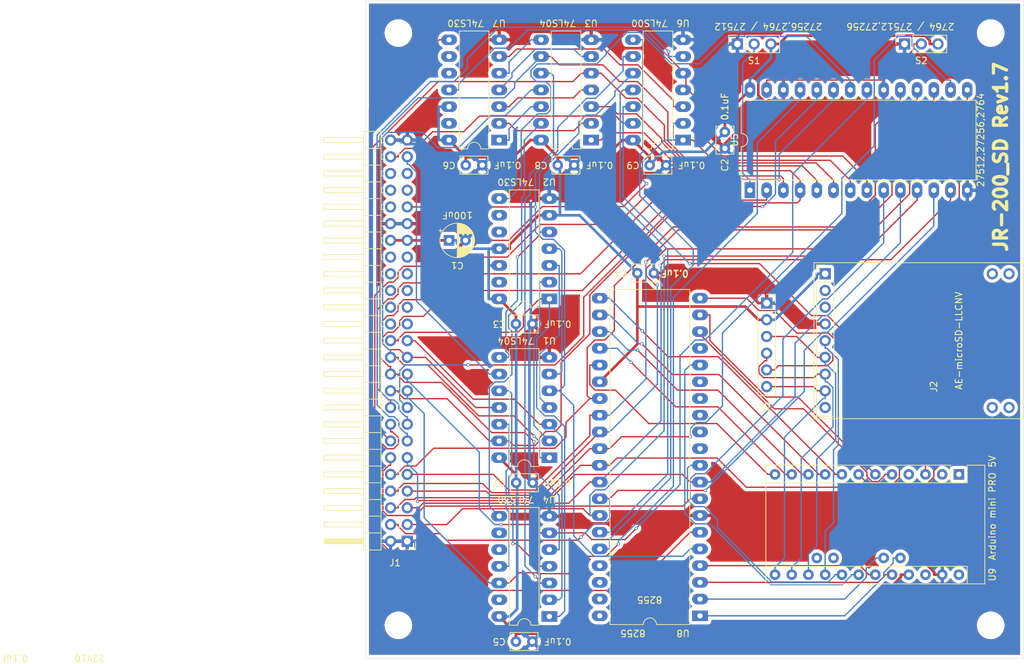
<source format=kicad_pcb>
(kicad_pcb (version 20171130) (host pcbnew "(5.1.9)-1")
  (layers (0 F.Cu signal) (31 B.Cu signal) (34 B.Paste user) (35 F.Paste user) (36 B.SilkS user hide) (37 F.SilkS user) (38 B.Mask user) (39 F.Mask user) (44 Edge.Cuts user))
  (net 0 "")
  (net 1 +5V)
  (net 2 GND)
  (net 3 /A0)
  (net 4 /A8)
  (net 5 /A1)
  (net 6 /A9)
  (net 7 /A2)
  (net 8 /A10)
  (net 9 /A3)
  (net 10 /A11)
  (net 11 /A4)
  (net 12 /A12)
  (net 13 /A5)
  (net 14 /A13)
  (net 15 /A6)
  (net 16 /A14)
  (net 17 /A7)
  (net 18 /A15)
  (net 19 /~RD)
  (net 20 /~RESET)
  (net 21 /SCK)
  (net 22 /MISO)
  (net 23 /MOSI)
  (net 24 /CS)
  (net 25 /DB0)
  (net 26 /DB2)
  (net 27 /DB4)
  (net 28 /DB6)
  (net 29 /DB1)
  (net 30 /DB3)
  (net 31 /DB5)
  (net 32 /DB7)
  (net 33 /CLOCK)
  (net 34 "Net-(U1-Pad6)")
  (net 35 "Net-(U1-Pad12)")
  (net 36 "Net-(U1-Pad4)")
  (net 37 "Net-(U1-Pad10)")
  (net 38 "Net-(U1-Pad8)")
  (net 39 "Net-(U2-Pad8)")
  (net 40 "Net-(U8-Pad2)")
  (net 41 "Net-(U8-Pad10)")
  (net 42 "Net-(U3-Pad8)")
  (net 43 "Net-(U3-Pad2)")
  (net 44 "Net-(U3-Pad10)")
  (net 45 "Net-(U3-Pad4)")
  (net 46 "Net-(U3-Pad12)")
  (net 47 "Net-(U3-Pad6)")
  (net 48 "Net-(U3-Pad13)")
  (net 49 "Net-(U6-Pad11)")
  (net 50 "Net-(U6-Pad8)")
  (net 51 "Net-(U7-Pad8)")
  (net 52 "Net-(U8-Pad1)")
  (net 53 "Net-(U8-Pad21)")
  (net 54 "Net-(U8-Pad22)")
  (net 55 "Net-(U8-Pad3)")
  (net 56 "Net-(U8-Pad23)")
  (net 57 "Net-(U8-Pad4)")
  (net 58 "Net-(U8-Pad24)")
  (net 59 "Net-(U8-Pad25)")
  (net 60 "Net-(U8-Pad16)")
  (net 61 "Net-(U8-Pad18)")
  (net 62 "Net-(U8-Pad19)")
  (net 63 "Net-(U8-Pad20)")
  (net 64 "Net-(U6-Pad6)")
  (net 65 "Net-(U6-Pad3)")
  (net 66 "Net-(S1-Pad2)")
  (net 67 "Net-(S2-Pad2)")
  (net 68 "Net-(U1-Pad2)")
  (module Capacitor_THT:C_Rect_L4.0mm_W2.5mm_P2.50mm (layer F.Cu) (at 128.942 96.418)
    (fp_text reference C4 (at -2.54 0 180 unlocked) (layer F.SilkS))
    (fp_text value 0.1uF (at 5.715 0 180 unlocked) (layer F.SilkS))
    (pad 1 thru_hole circle (at 0 0) (size 1.6 1.6) (drill 0.8) (layers *.Cu *.Mask) (net 1 +5V))
    (pad 2 thru_hole circle (at 2.5 0) (size 1.6 1.6) (drill 0.8) (layers *.Cu *.Mask) (net 2 GND))
  )
  (module Package_DIP:DIP-40_W15.24mm_LongPads (layer F.Cu) (at 138.467 148.488 180)
    (fp_text reference U8 (at 2.577 -2.642 180 unlocked) (layer F.SilkS))
    (fp_text value 8255 (at 7.657 2.438 180 unlocked) (layer F.SilkS))
    (pad 1 thru_hole rect (at 0 0 180) (size 2.4 1.6) (drill 0.8) (layers *.Cu *.Mask) (net 52 "Net-(U8-Pad1)"))
    (pad 21 thru_hole oval (at 15.24 48.26 180) (size 2.4 1.6) (drill 0.8) (layers *.Cu *.Mask) (net 53 "Net-(U8-Pad21)"))
    (pad 2 thru_hole oval (at 0 2.54 180) (size 2.4 1.6) (drill 0.8) (layers *.Cu *.Mask) (net 40 "Net-(U8-Pad2)"))
    (pad 22 thru_hole oval (at 15.24 45.72 180) (size 2.4 1.6) (drill 0.8) (layers *.Cu *.Mask) (net 54 "Net-(U8-Pad22)"))
    (pad 3 thru_hole oval (at 0 5.08 180) (size 2.4 1.6) (drill 0.8) (layers *.Cu *.Mask) (net 55 "Net-(U8-Pad3)"))
    (pad 23 thru_hole oval (at 15.24 43.18 180) (size 2.4 1.6) (drill 0.8) (layers *.Cu *.Mask) (net 56 "Net-(U8-Pad23)"))
    (pad 4 thru_hole oval (at 0 7.62 180) (size 2.4 1.6) (drill 0.8) (layers *.Cu *.Mask) (net 57 "Net-(U8-Pad4)"))
    (pad 24 thru_hole oval (at 15.24 40.64 180) (size 2.4 1.6) (drill 0.8) (layers *.Cu *.Mask) (net 58 "Net-(U8-Pad24)"))
    (pad 5 thru_hole oval (at 0 10.16 180) (size 2.4 1.6) (drill 0.8) (layers *.Cu *.Mask) (net 19 /~RD))
    (pad 25 thru_hole oval (at 15.24 38.1 180) (size 2.4 1.6) (drill 0.8) (layers *.Cu *.Mask) (net 59 "Net-(U8-Pad25)"))
    (pad 6 thru_hole oval (at 0 12.7 180) (size 2.4 1.6) (drill 0.8) (layers *.Cu *.Mask) (net 51 "Net-(U7-Pad8)"))
    (pad 26 thru_hole oval (at 15.24 35.56 180) (size 2.4 1.6) (drill 0.8) (layers *.Cu *.Mask) (net 1 +5V))
    (pad 7 thru_hole oval (at 0 15.24 180) (size 2.4 1.6) (drill 0.8) (layers *.Cu *.Mask) (net 2 GND))
    (pad 27 thru_hole oval (at 15.24 33.02 180) (size 2.4 1.6) (drill 0.8) (layers *.Cu *.Mask) (net 32 /DB7))
    (pad 8 thru_hole oval (at 0 17.78 180) (size 2.4 1.6) (drill 0.8) (layers *.Cu *.Mask) (net 5 /A1))
    (pad 28 thru_hole oval (at 15.24 30.48 180) (size 2.4 1.6) (drill 0.8) (layers *.Cu *.Mask) (net 28 /DB6))
    (pad 9 thru_hole oval (at 0 20.32 180) (size 2.4 1.6) (drill 0.8) (layers *.Cu *.Mask) (net 3 /A0))
    (pad 29 thru_hole oval (at 15.24 27.94 180) (size 2.4 1.6) (drill 0.8) (layers *.Cu *.Mask) (net 31 /DB5))
    (pad 10 thru_hole oval (at 0 22.86 180) (size 2.4 1.6) (drill 0.8) (layers *.Cu *.Mask) (net 41 "Net-(U8-Pad10)"))
    (pad 30 thru_hole oval (at 15.24 25.4 180) (size 2.4 1.6) (drill 0.8) (layers *.Cu *.Mask) (net 27 /DB4))
    (pad 11 thru_hole oval (at 0 25.4 180) (size 2.4 1.6) (drill 0.8) (layers *.Cu *.Mask))
    (pad 31 thru_hole oval (at 15.24 22.86 180) (size 2.4 1.6) (drill 0.8) (layers *.Cu *.Mask) (net 30 /DB3))
    (pad 12 thru_hole oval (at 0 27.94 180) (size 2.4 1.6) (drill 0.8) (layers *.Cu *.Mask))
    (pad 32 thru_hole oval (at 15.24 20.32 180) (size 2.4 1.6) (drill 0.8) (layers *.Cu *.Mask) (net 26 /DB2))
    (pad 13 thru_hole oval (at 0 30.48 180) (size 2.4 1.6) (drill 0.8) (layers *.Cu *.Mask))
    (pad 33 thru_hole oval (at 15.24 17.78 180) (size 2.4 1.6) (drill 0.8) (layers *.Cu *.Mask) (net 29 /DB1))
    (pad 14 thru_hole oval (at 0 33.02 180) (size 2.4 1.6) (drill 0.8) (layers *.Cu *.Mask))
    (pad 34 thru_hole oval (at 15.24 15.24 180) (size 2.4 1.6) (drill 0.8) (layers *.Cu *.Mask) (net 25 /DB0))
    (pad 15 thru_hole oval (at 0 35.56 180) (size 2.4 1.6) (drill 0.8) (layers *.Cu *.Mask))
    (pad 35 thru_hole oval (at 15.24 12.7 180) (size 2.4 1.6) (drill 0.8) (layers *.Cu *.Mask) (net 49 "Net-(U6-Pad11)"))
    (pad 16 thru_hole oval (at 0 38.1 180) (size 2.4 1.6) (drill 0.8) (layers *.Cu *.Mask) (net 60 "Net-(U8-Pad16)"))
    (pad 36 thru_hole oval (at 15.24 10.16 180) (size 2.4 1.6) (drill 0.8) (layers *.Cu *.Mask) (net 50 "Net-(U6-Pad8)"))
    (pad 17 thru_hole oval (at 0 40.64 180) (size 2.4 1.6) (drill 0.8) (layers *.Cu *.Mask))
    (pad 37 thru_hole oval (at 15.24 7.62 180) (size 2.4 1.6) (drill 0.8) (layers *.Cu *.Mask))
    (pad 18 thru_hole oval (at 0 43.18 180) (size 2.4 1.6) (drill 0.8) (layers *.Cu *.Mask) (net 61 "Net-(U8-Pad18)"))
    (pad 38 thru_hole oval (at 15.24 5.08 180) (size 2.4 1.6) (drill 0.8) (layers *.Cu *.Mask))
    (pad 19 thru_hole oval (at 0 45.72 180) (size 2.4 1.6) (drill 0.8) (layers *.Cu *.Mask) (net 62 "Net-(U8-Pad19)"))
    (pad 39 thru_hole oval (at 15.24 2.54 180) (size 2.4 1.6) (drill 0.8) (layers *.Cu *.Mask))
    (pad 20 thru_hole oval (at 0 48.26 180) (size 2.4 1.6) (drill 0.8) (layers *.Cu *.Mask) (net 63 "Net-(U8-Pad20)"))
    (pad 40 thru_hole oval (at 15.24 0 180) (size 2.4 1.6) (drill 0.8) (layers *.Cu *.Mask))
  )
  (module Capacitor_THT:C_Rect_L4.0mm_W2.5mm_P2.50mm (layer F.Cu) (at 142.24 77.47 90)
    (fp_text reference C2 (at -2.54 0 90 unlocked) (layer F.SilkS))
    (fp_text value 0.1uF (at 6.35 0 90 unlocked) (layer F.SilkS))
    (pad 1 thru_hole circle (at 0 0 90) (size 1.6 1.6) (drill 0.8) (layers *.Cu *.Mask) (net 2 GND))
    (pad 2 thru_hole circle (at 2.5 0 90) (size 1.6 1.6) (drill 0.8) (layers *.Cu *.Mask) (net 1 +5V))
  )
  (module MountingHole:MountingHole_3.2mm_M3 (layer F.Cu) (at 92.63 59.94)
    (fp_text reference MH4 hide)
    (fp_text value MountingHole_3.2mm_M3 hide)
    (pad 1 np_thru_hole circle (at 0 0) (size 3.2 3.2) (drill 3.2) (layers *.Cu *.Mask))
  )
  (module MountingHole:MountingHole_3.2mm_M3 (layer F.Cu) (at 182.63 59.94)
    (fp_text reference MH3 hide)
    (fp_text value MountingHole_3.2mm_M3 hide)
    (pad 1 np_thru_hole circle (at 0 0) (size 3.2 3.2) (drill 3.2) (layers *.Cu *.Mask))
  )
  (module MountingHole:MountingHole_3.2mm_M3 (layer F.Cu) (at 182.63 149.94)
    (fp_text reference MH2 hide)
    (fp_text value MountingHole_3.2mm_M3 hide)
    (pad 1 np_thru_hole circle (at 0 0) (size 3.2 3.2) (drill 3.2) (layers *.Cu *.Mask))
  )
  (module MountingHole:MountingHole_3.2mm_M3 (layer F.Cu) (at 92.63 149.94)
    (fp_text reference MH1 hide)
    (fp_text value MountingHole_3.2mm_M3 hide)
    (pad 1 np_thru_hole circle (at 0 0) (size 3.2 3.2) (drill 3.2) (layers *.Cu *.Mask))
  )
  (module Kicad:AE-microSD-LLCNV (layer F.Cu) (at 157.48 116.84 180)
    (fp_text reference J2 (at -16.51 3.175 90) (layer F.SilkS))
    (fp_text value Micro_SD_Card_Kit hide)
    (fp_text user AE-microSD-LLCNV (at -20.32 10.16 90) (layer F.SilkS))
    (pad 1 thru_hole rect (at 0 20.32) (size 1.7 1.7) (drill 1) (layers *.Cu *.Mask) (net 1 +5V))
    (pad 2 thru_hole oval (at 0 17.78) (size 1.7 1.7) (drill 1) (layers *.Cu *.Mask))
    (pad 3 thru_hole oval (at 0 15.24) (size 1.7 1.7) (drill 1) (layers *.Cu *.Mask))
    (pad 4 thru_hole oval (at 0 12.7) (size 1.7 1.7) (drill 1) (layers *.Cu *.Mask) (net 2 GND))
    (pad 5 thru_hole oval (at 0 10.16) (size 1.7 1.7) (drill 1) (layers *.Cu *.Mask) (net 21 /SCK))
    (pad 6 thru_hole oval (at 0 7.62) (size 1.7 1.7) (drill 1) (layers *.Cu *.Mask) (net 22 /MISO))
    (pad 7 thru_hole oval (at 0 5.08) (size 1.7 1.7) (drill 1) (layers *.Cu *.Mask) (net 23 /MOSI))
    (pad 8 thru_hole oval (at 0 2.54) (size 1.7 1.7) (drill 1) (layers *.Cu *.Mask) (net 24 /CS))
    (pad 9 thru_hole oval (at 0 0) (size 1.7 1.7) (drill 1) (layers *.Cu *.Mask))
    (pad "" thru_hole oval (at -27.94 0 180) (size 1.7 1.7) (drill 1) (layers *.Cu *.Mask))
    (pad "" thru_hole oval (at -25.4 0 180) (size 1.7 1.7) (drill 1) (layers *.Cu *.Mask))
    (pad "" thru_hole oval (at -27.94 20.32 180) (size 1.7 1.7) (drill 1) (layers *.Cu *.Mask))
    (pad "" thru_hole oval (at -25.4 20.32 180) (size 1.7 1.7) (drill 1) (layers *.Cu *.Mask))
  )
  (module Kicad:Arduino_Pro_Mini (layer F.Cu) (at 177.8 127 270)
    (fp_text reference U9 (at 15.24 -5.08 270) (layer F.SilkS))
    (fp_text value Arduino_Pro_Mini_5V)
    (pad 1 thru_hole rect (at 0 0 270) (size 1.6 1.6) (drill 0.8) (layers *.Cu *.Mask))
    (pad 2 thru_hole oval (at 0 2.54 270) (size 1.6 1.6) (drill 0.8) (layers *.Cu *.Mask))
    (pad 3 thru_hole oval (at 0 5.08 270) (size 1.6 1.6) (drill 0.8) (layers *.Cu *.Mask) (net 20 /~RESET))
    (pad 13 thru_hole oval (at 15.24 27.94 270) (size 1.6 1.6) (drill 0.8) (layers *.Cu *.Mask) (net 24 /CS))
    (pad 4 thru_hole oval (at 0 7.62 270) (size 1.6 1.6) (drill 0.8) (layers *.Cu *.Mask))
    (pad 14 thru_hole oval (at 15.24 25.4 270) (size 1.6 1.6) (drill 0.8) (layers *.Cu *.Mask) (net 23 /MOSI))
    (pad 5 thru_hole oval (at 0 10.16 270) (size 1.6 1.6) (drill 0.8) (layers *.Cu *.Mask) (net 61 "Net-(U8-Pad18)"))
    (pad 15 thru_hole oval (at 15.24 22.86 270) (size 1.6 1.6) (drill 0.8) (layers *.Cu *.Mask) (net 22 /MISO))
    (pad 6 thru_hole oval (at 0 12.7 270) (size 1.6 1.6) (drill 0.8) (layers *.Cu *.Mask) (net 62 "Net-(U8-Pad19)"))
    (pad 16 thru_hole oval (at 15.24 20.32 270) (size 1.6 1.6) (drill 0.8) (layers *.Cu *.Mask) (net 21 /SCK))
    (pad 7 thru_hole oval (at 0 15.24 270) (size 1.6 1.6) (drill 0.8) (layers *.Cu *.Mask) (net 63 "Net-(U8-Pad20)"))
    (pad 17 thru_hole oval (at 15.24 17.78 270) (size 1.6 1.6) (drill 0.8) (layers *.Cu *.Mask) (net 41 "Net-(U8-Pad10)"))
    (pad 8 thru_hole oval (at 0 17.78 270) (size 1.6 1.6) (drill 0.8) (layers *.Cu *.Mask) (net 53 "Net-(U8-Pad21)"))
    (pad 18 thru_hole oval (at 15.24 15.24 270) (size 1.6 1.6) (drill 0.8) (layers *.Cu *.Mask) (net 60 "Net-(U8-Pad16)"))
    (pad 9 thru_hole oval (at 0 20.32 270) (size 1.6 1.6) (drill 0.8) (layers *.Cu *.Mask) (net 54 "Net-(U8-Pad22)"))
    (pad 19 thru_hole oval (at 15.24 12.7 270) (size 1.6 1.6) (drill 0.8) (layers *.Cu *.Mask) (net 57 "Net-(U8-Pad4)"))
    (pad 10 thru_hole oval (at 0 22.86 270) (size 1.6 1.6) (drill 0.8) (layers *.Cu *.Mask) (net 56 "Net-(U8-Pad23)"))
    (pad 20 thru_hole oval (at 15.24 10.16 270) (size 1.6 1.6) (drill 0.8) (layers *.Cu *.Mask) (net 55 "Net-(U8-Pad3)"))
    (pad 11 thru_hole oval (at 0 25.4 270) (size 1.6 1.6) (drill 0.8) (layers *.Cu *.Mask) (net 58 "Net-(U8-Pad24)"))
    (pad 21 thru_hole oval (at 15.24 7.62 270) (size 1.6 1.6) (drill 0.8) (layers *.Cu *.Mask) (net 1 +5V))
    (pad 12 thru_hole oval (at 0 27.94 270) (size 1.6 1.6) (drill 0.8) (layers *.Cu *.Mask) (net 59 "Net-(U8-Pad25)"))
    (pad 22 thru_hole oval (at 15.24 5.08 270) (size 1.6 1.6) (drill 0.8) (layers *.Cu *.Mask))
    (pad 23 thru_hole oval (at 15.24 2.54 270) (size 1.6 1.6) (drill 0.8) (layers *.Cu *.Mask) (net 2 GND))
    (pad 24 thru_hole oval (at 15.24 0 270) (size 1.6 1.6) (drill 0.8) (layers *.Cu *.Mask))
    (pad A5 thru_hole oval (at 12.7 8.89 270) (size 1.6 1.6) (drill 0.8) (layers *.Cu *.Mask) (net 52 "Net-(U8-Pad1)"))
    (pad A4 thru_hole oval (at 12.7 11.43 270) (size 1.6 1.6) (drill 0.8) (layers *.Cu *.Mask) (net 40 "Net-(U8-Pad2)"))
    (pad A7 thru_hole oval (at 12.7 19.05 270) (size 1.6 1.6) (drill 0.8) (layers *.Cu *.Mask))
    (pad A6 thru_hole oval (at 12.7 21.59 270) (size 1.6 1.6) (drill 0.8) (layers *.Cu *.Mask))
  )
  (module Connector_PinSocket_2.54mm:PinSocket_1x06_P2.54mm_Vertical (layer F.Cu) (at 148.59 100.965)
    (fp_text reference J3 (at 0 15.875 90) (layer F.SilkS))
    (fp_text value "MicroSD Card Adapter")
    (pad 1 thru_hole rect (at 0 0) (size 1.7 1.7) (drill 1) (layers *.Cu *.Mask) (net 2 GND))
    (pad 2 thru_hole oval (at 0 2.54) (size 1.7 1.7) (drill 1) (layers *.Cu *.Mask) (net 1 +5V))
    (pad 3 thru_hole oval (at 0 5.08) (size 1.7 1.7) (drill 1) (layers *.Cu *.Mask) (net 22 /MISO))
    (pad 4 thru_hole oval (at 0 7.62) (size 1.7 1.7) (drill 1) (layers *.Cu *.Mask) (net 23 /MOSI))
    (pad 5 thru_hole oval (at 0 10.16) (size 1.7 1.7) (drill 1) (layers *.Cu *.Mask) (net 21 /SCK))
    (pad 6 thru_hole oval (at 0 12.7) (size 1.7 1.7) (drill 1) (layers *.Cu *.Mask) (net 24 /CS))
  )
  (module Connector_PinHeader_2.54mm:PinHeader_2x25_P2.54mm_Horizontal (layer F.Cu) (at 93.98 137.16 180)
    (fp_text reference J1 (at 1.85 -3.28) (layer F.SilkS))
    (fp_text value Conn_02x25_Odd_Even)
    (pad 1 thru_hole rect (at 0 0 180) (size 1.7 1.7) (drill 1) (layers *.Cu *.Mask) (net 2 GND))
    (pad 2 thru_hole oval (at 2.54 0 180) (size 1.7 1.7) (drill 1) (layers *.Cu *.Mask) (net 2 GND))
    (pad 3 thru_hole oval (at 0 2.54 180) (size 1.7 1.7) (drill 1) (layers *.Cu *.Mask) (net 25 /DB0))
    (pad 4 thru_hole oval (at 2.54 2.54 180) (size 1.7 1.7) (drill 1) (layers *.Cu *.Mask) (net 29 /DB1))
    (pad 5 thru_hole oval (at 0 5.08 180) (size 1.7 1.7) (drill 1) (layers *.Cu *.Mask) (net 26 /DB2))
    (pad 6 thru_hole oval (at 2.54 5.08 180) (size 1.7 1.7) (drill 1) (layers *.Cu *.Mask) (net 30 /DB3))
    (pad 7 thru_hole oval (at 0 7.62 180) (size 1.7 1.7) (drill 1) (layers *.Cu *.Mask) (net 27 /DB4))
    (pad 8 thru_hole oval (at 2.54 7.62 180) (size 1.7 1.7) (drill 1) (layers *.Cu *.Mask) (net 31 /DB5))
    (pad 9 thru_hole oval (at 0 10.16 180) (size 1.7 1.7) (drill 1) (layers *.Cu *.Mask) (net 28 /DB6))
    (pad 10 thru_hole oval (at 2.54 10.16 180) (size 1.7 1.7) (drill 1) (layers *.Cu *.Mask) (net 32 /DB7))
    (pad 11 thru_hole oval (at 0 12.7 180) (size 1.7 1.7) (drill 1) (layers *.Cu *.Mask) (net 3 /A0))
    (pad 12 thru_hole oval (at 2.54 12.7 180) (size 1.7 1.7) (drill 1) (layers *.Cu *.Mask) (net 5 /A1))
    (pad 13 thru_hole oval (at 0 15.24 180) (size 1.7 1.7) (drill 1) (layers *.Cu *.Mask) (net 7 /A2))
    (pad 14 thru_hole oval (at 2.54 15.24 180) (size 1.7 1.7) (drill 1) (layers *.Cu *.Mask) (net 9 /A3))
    (pad 15 thru_hole oval (at 0 17.78 180) (size 1.7 1.7) (drill 1) (layers *.Cu *.Mask) (net 11 /A4))
    (pad 16 thru_hole oval (at 2.54 17.78 180) (size 1.7 1.7) (drill 1) (layers *.Cu *.Mask) (net 13 /A5))
    (pad 17 thru_hole oval (at 0 20.32 180) (size 1.7 1.7) (drill 1) (layers *.Cu *.Mask) (net 15 /A6))
    (pad 18 thru_hole oval (at 2.54 20.32 180) (size 1.7 1.7) (drill 1) (layers *.Cu *.Mask) (net 17 /A7))
    (pad 19 thru_hole oval (at 0 22.86 180) (size 1.7 1.7) (drill 1) (layers *.Cu *.Mask) (net 4 /A8))
    (pad 20 thru_hole oval (at 2.54 22.86 180) (size 1.7 1.7) (drill 1) (layers *.Cu *.Mask) (net 6 /A9))
    (pad 21 thru_hole oval (at 0 25.4 180) (size 1.7 1.7) (drill 1) (layers *.Cu *.Mask) (net 8 /A10))
    (pad 22 thru_hole oval (at 2.54 25.4 180) (size 1.7 1.7) (drill 1) (layers *.Cu *.Mask) (net 10 /A11))
    (pad 23 thru_hole oval (at 0 27.94 180) (size 1.7 1.7) (drill 1) (layers *.Cu *.Mask) (net 12 /A12))
    (pad 24 thru_hole oval (at 2.54 27.94 180) (size 1.7 1.7) (drill 1) (layers *.Cu *.Mask) (net 14 /A13))
    (pad 25 thru_hole oval (at 0 30.48 180) (size 1.7 1.7) (drill 1) (layers *.Cu *.Mask) (net 16 /A14))
    (pad 26 thru_hole oval (at 2.54 30.48 180) (size 1.7 1.7) (drill 1) (layers *.Cu *.Mask) (net 18 /A15))
    (pad 27 thru_hole oval (at 0 33.02 180) (size 1.7 1.7) (drill 1) (layers *.Cu *.Mask))
    (pad 28 thru_hole oval (at 2.54 33.02 180) (size 1.7 1.7) (drill 1) (layers *.Cu *.Mask))
    (pad 29 thru_hole oval (at 0 35.56 180) (size 1.7 1.7) (drill 1) (layers *.Cu *.Mask))
    (pad 30 thru_hole oval (at 2.54 35.56 180) (size 1.7 1.7) (drill 1) (layers *.Cu *.Mask))
    (pad 31 thru_hole oval (at 0 38.1 180) (size 1.7 1.7) (drill 1) (layers *.Cu *.Mask))
    (pad 32 thru_hole oval (at 2.54 38.1 180) (size 1.7 1.7) (drill 1) (layers *.Cu *.Mask))
    (pad 33 thru_hole oval (at 0 40.64 180) (size 1.7 1.7) (drill 1) (layers *.Cu *.Mask))
    (pad 34 thru_hole oval (at 2.54 40.64 180) (size 1.7 1.7) (drill 1) (layers *.Cu *.Mask))
    (pad 35 thru_hole oval (at 0 43.18 180) (size 1.7 1.7) (drill 1) (layers *.Cu *.Mask))
    (pad 36 thru_hole oval (at 2.54 43.18 180) (size 1.7 1.7) (drill 1) (layers *.Cu *.Mask))
    (pad 37 thru_hole oval (at 0 45.72 180) (size 1.7 1.7) (drill 1) (layers *.Cu *.Mask) (net 1 +5V))
    (pad 38 thru_hole oval (at 2.54 45.72 180) (size 1.7 1.7) (drill 1) (layers *.Cu *.Mask) (net 1 +5V))
    (pad 39 thru_hole oval (at 0 48.26 180) (size 1.7 1.7) (drill 1) (layers *.Cu *.Mask) (net 2 GND))
    (pad 40 thru_hole oval (at 2.54 48.26 180) (size 1.7 1.7) (drill 1) (layers *.Cu *.Mask) (net 2 GND))
    (pad 41 thru_hole oval (at 0 50.8 180) (size 1.7 1.7) (drill 1) (layers *.Cu *.Mask) (net 19 /~RD))
    (pad 42 thru_hole oval (at 2.54 50.8 180) (size 1.7 1.7) (drill 1) (layers *.Cu *.Mask))
    (pad 43 thru_hole oval (at 0 53.34 180) (size 1.7 1.7) (drill 1) (layers *.Cu *.Mask))
    (pad 44 thru_hole oval (at 2.54 53.34 180) (size 1.7 1.7) (drill 1) (layers *.Cu *.Mask))
    (pad 45 thru_hole oval (at 0 55.88 180) (size 1.7 1.7) (drill 1) (layers *.Cu *.Mask))
    (pad 46 thru_hole oval (at 2.54 55.88 180) (size 1.7 1.7) (drill 1) (layers *.Cu *.Mask))
    (pad 47 thru_hole oval (at 0 58.42 180) (size 1.7 1.7) (drill 1) (layers *.Cu *.Mask) (net 33 /CLOCK))
    (pad 48 thru_hole oval (at 2.54 58.42 180) (size 1.7 1.7) (drill 1) (layers *.Cu *.Mask) (net 20 /~RESET))
    (pad 49 thru_hole oval (at 0 60.96 180) (size 1.7 1.7) (drill 1) (layers *.Cu *.Mask) (net 2 GND))
    (pad 50 thru_hole oval (at 2.54 60.96 180) (size 1.7 1.7) (drill 1) (layers *.Cu *.Mask) (net 2 GND))
  )
  (module Capacitor_THT:CP_Radial_D5.0mm_P2.50mm (layer F.Cu) (at 100.33 91.44)
    (fp_text reference C1 (at 1.25 3.81 180 unlocked) (layer F.SilkS))
    (fp_text value 100uF)
    (pad 1 thru_hole rect (at 0 0) (size 1.6 1.6) (drill 0.8) (layers *.Cu *.Mask) (net 1 +5V))
    (pad 2 thru_hole circle (at 2.5 0) (size 1.6 1.6) (drill 0.8) (layers *.Cu *.Mask) (net 2 GND))
  )
  (module Package_DIP:DIP-14_W7.62mm_LongPads (layer F.Cu) (at 115.57 124.46 180)
    (fp_text reference U1 (at 0 17.78 180 unlocked) (layer F.SilkS))
    (fp_text value 74LS04)
    (pad 14 thru_hole oval (at 7.62 0 180) (size 2.4 1.6) (drill 0.8) (layers *.Cu *.Mask) (net 1 +5V))
    (pad 7 thru_hole oval (at 0 15.24 180) (size 2.4 1.6) (drill 0.8) (layers *.Cu *.Mask) (net 2 GND))
    (pad 13 thru_hole oval (at 7.62 2.54 180) (size 2.4 1.6) (drill 0.8) (layers *.Cu *.Mask) (net 6 /A9))
    (pad 6 thru_hole oval (at 0 12.7 180) (size 2.4 1.6) (drill 0.8) (layers *.Cu *.Mask) (net 34 "Net-(U1-Pad6)"))
    (pad 12 thru_hole oval (at 7.62 5.08 180) (size 2.4 1.6) (drill 0.8) (layers *.Cu *.Mask) (net 35 "Net-(U1-Pad12)"))
    (pad 5 thru_hole oval (at 0 10.16 180) (size 2.4 1.6) (drill 0.8) (layers *.Cu *.Mask) (net 19 /~RD))
    (pad 11 thru_hole oval (at 7.62 7.62 180) (size 2.4 1.6) (drill 0.8) (layers *.Cu *.Mask) (net 12 /A12))
    (pad 4 thru_hole oval (at 0 7.62 180) (size 2.4 1.6) (drill 0.8) (layers *.Cu *.Mask) (net 36 "Net-(U1-Pad4)"))
    (pad 10 thru_hole oval (at 7.62 10.16 180) (size 2.4 1.6) (drill 0.8) (layers *.Cu *.Mask) (net 37 "Net-(U1-Pad10)"))
    (pad 3 thru_hole oval (at 0 5.08 180) (size 2.4 1.6) (drill 0.8) (layers *.Cu *.Mask) (net 16 /A14))
    (pad 9 thru_hole oval (at 7.62 12.7 180) (size 2.4 1.6) (drill 0.8) (layers *.Cu *.Mask) (net 33 /CLOCK))
    (pad 2 thru_hole oval (at 0 2.54 180) (size 2.4 1.6) (drill 0.8) (layers *.Cu *.Mask) (net 68 "Net-(U1-Pad2)"))
    (pad 8 thru_hole oval (at 7.62 15.24 180) (size 2.4 1.6) (drill 0.8) (layers *.Cu *.Mask) (net 38 "Net-(U1-Pad8)"))
    (pad 1 thru_hole rect (at 0 0 180) (size 2.4 1.6) (drill 0.8) (layers *.Cu *.Mask) (net 14 /A13))
  )
  (module Package_DIP:DIP-14_W7.62mm_LongPads (layer F.Cu) (at 115.57 100.33 180)
    (fp_text reference U2 (at 0 17.78 180 unlocked) (layer F.SilkS))
    (fp_text value 74LS30)
    (pad 1 thru_hole rect (at 0 0 180) (size 2.4 1.6) (drill 0.8) (layers *.Cu *.Mask) (net 18 /A15))
    (pad 8 thru_hole oval (at 7.62 15.24 180) (size 2.4 1.6) (drill 0.8) (layers *.Cu *.Mask) (net 39 "Net-(U2-Pad8)"))
    (pad 2 thru_hole oval (at 0 2.54 180) (size 2.4 1.6) (drill 0.8) (layers *.Cu *.Mask) (net 68 "Net-(U1-Pad2)"))
    (pad 9 thru_hole oval (at 7.62 12.7 180) (size 2.4 1.6) (drill 0.8) (layers *.Cu *.Mask))
    (pad 3 thru_hole oval (at 0 5.08 180) (size 2.4 1.6) (drill 0.8) (layers *.Cu *.Mask) (net 36 "Net-(U1-Pad4)"))
    (pad 10 thru_hole oval (at 7.62 10.16 180) (size 2.4 1.6) (drill 0.8) (layers *.Cu *.Mask))
    (pad 4 thru_hole oval (at 0 7.62 180) (size 2.4 1.6) (drill 0.8) (layers *.Cu *.Mask) (net 34 "Net-(U1-Pad6)"))
    (pad 11 thru_hole oval (at 7.62 7.62 180) (size 2.4 1.6) (drill 0.8) (layers *.Cu *.Mask) (net 1 +5V))
    (pad 5 thru_hole oval (at 0 10.16 180) (size 2.4 1.6) (drill 0.8) (layers *.Cu *.Mask) (net 38 "Net-(U1-Pad8)"))
    (pad 12 thru_hole oval (at 7.62 5.08 180) (size 2.4 1.6) (drill 0.8) (layers *.Cu *.Mask) (net 1 +5V))
    (pad 6 thru_hole oval (at 0 12.7 180) (size 2.4 1.6) (drill 0.8) (layers *.Cu *.Mask) (net 1 +5V))
    (pad 13 thru_hole oval (at 7.62 2.54 180) (size 2.4 1.6) (drill 0.8) (layers *.Cu *.Mask))
    (pad 7 thru_hole oval (at 0 15.24 180) (size 2.4 1.6) (drill 0.8) (layers *.Cu *.Mask) (net 2 GND))
    (pad 14 thru_hole oval (at 7.62 0 180) (size 2.4 1.6) (drill 0.8) (layers *.Cu *.Mask) (net 1 +5V))
  )
  (module Package_DIP:DIP-14_W7.62mm_LongPads (layer F.Cu) (at 121.92 76.2 180)
    (fp_text reference U3 (at 0 17.78 180 unlocked) (layer F.SilkS))
    (fp_text value 74LS04)
    (pad 1 thru_hole rect (at 0 0 180) (size 2.4 1.6) (drill 0.8) (layers *.Cu *.Mask) (net 17 /A7))
    (pad 8 thru_hole oval (at 7.62 15.24 180) (size 2.4 1.6) (drill 0.8) (layers *.Cu *.Mask) (net 42 "Net-(U3-Pad8)"))
    (pad 2 thru_hole oval (at 0 2.54 180) (size 2.4 1.6) (drill 0.8) (layers *.Cu *.Mask) (net 43 "Net-(U3-Pad2)"))
    (pad 9 thru_hole oval (at 7.62 12.7 180) (size 2.4 1.6) (drill 0.8) (layers *.Cu *.Mask) (net 11 /A4))
    (pad 3 thru_hole oval (at 0 5.08 180) (size 2.4 1.6) (drill 0.8) (layers *.Cu *.Mask) (net 15 /A6))
    (pad 10 thru_hole oval (at 7.62 10.16 180) (size 2.4 1.6) (drill 0.8) (layers *.Cu *.Mask) (net 44 "Net-(U3-Pad10)"))
    (pad 4 thru_hole oval (at 0 7.62 180) (size 2.4 1.6) (drill 0.8) (layers *.Cu *.Mask) (net 45 "Net-(U3-Pad4)"))
    (pad 11 thru_hole oval (at 7.62 7.62 180) (size 2.4 1.6) (drill 0.8) (layers *.Cu *.Mask) (net 14 /A13))
    (pad 5 thru_hole oval (at 0 10.16 180) (size 2.4 1.6) (drill 0.8) (layers *.Cu *.Mask) (net 13 /A5))
    (pad 12 thru_hole oval (at 7.62 5.08 180) (size 2.4 1.6) (drill 0.8) (layers *.Cu *.Mask) (net 46 "Net-(U3-Pad12)"))
    (pad 6 thru_hole oval (at 0 12.7 180) (size 2.4 1.6) (drill 0.8) (layers *.Cu *.Mask) (net 47 "Net-(U3-Pad6)"))
    (pad 13 thru_hole oval (at 7.62 2.54 180) (size 2.4 1.6) (drill 0.8) (layers *.Cu *.Mask) (net 48 "Net-(U3-Pad13)"))
    (pad 7 thru_hole oval (at 0 15.24 180) (size 2.4 1.6) (drill 0.8) (layers *.Cu *.Mask) (net 2 GND))
    (pad 14 thru_hole oval (at 7.62 0 180) (size 2.4 1.6) (drill 0.8) (layers *.Cu *.Mask) (net 1 +5V))
  )
  (module Package_DIP:DIP-14_W7.62mm_LongPads (layer F.Cu) (at 115.57 148.59 180)
    (fp_text reference U4 (at 0 17.78 180 unlocked) (layer F.SilkS))
    (fp_text value 74LS30)
    (pad 14 thru_hole oval (at 7.62 0 180) (size 2.4 1.6) (drill 0.8) (layers *.Cu *.Mask) (net 1 +5V))
    (pad 7 thru_hole oval (at 0 15.24 180) (size 2.4 1.6) (drill 0.8) (layers *.Cu *.Mask) (net 2 GND))
    (pad 13 thru_hole oval (at 7.62 2.54 180) (size 2.4 1.6) (drill 0.8) (layers *.Cu *.Mask))
    (pad 6 thru_hole oval (at 0 12.7 180) (size 2.4 1.6) (drill 0.8) (layers *.Cu *.Mask) (net 8 /A10))
    (pad 12 thru_hole oval (at 7.62 5.08 180) (size 2.4 1.6) (drill 0.8) (layers *.Cu *.Mask) (net 4 /A8))
    (pad 5 thru_hole oval (at 0 10.16 180) (size 2.4 1.6) (drill 0.8) (layers *.Cu *.Mask) (net 10 /A11))
    (pad 11 thru_hole oval (at 7.62 7.62 180) (size 2.4 1.6) (drill 0.8) (layers *.Cu *.Mask) (net 35 "Net-(U1-Pad12)"))
    (pad 4 thru_hole oval (at 0 7.62 180) (size 2.4 1.6) (drill 0.8) (layers *.Cu *.Mask) (net 37 "Net-(U1-Pad10)"))
    (pad 10 thru_hole oval (at 7.62 10.16 180) (size 2.4 1.6) (drill 0.8) (layers *.Cu *.Mask))
    (pad 3 thru_hole oval (at 0 5.08 180) (size 2.4 1.6) (drill 0.8) (layers *.Cu *.Mask) (net 44 "Net-(U3-Pad10)"))
    (pad 9 thru_hole oval (at 7.62 12.7 180) (size 2.4 1.6) (drill 0.8) (layers *.Cu *.Mask))
    (pad 2 thru_hole oval (at 0 2.54 180) (size 2.4 1.6) (drill 0.8) (layers *.Cu *.Mask) (net 16 /A14))
    (pad 8 thru_hole oval (at 7.62 15.24 180) (size 2.4 1.6) (drill 0.8) (layers *.Cu *.Mask) (net 48 "Net-(U3-Pad13)"))
    (pad 1 thru_hole rect (at 0 0 180) (size 2.4 1.6) (drill 0.8) (layers *.Cu *.Mask) (net 18 /A15))
  )
  (module Package_DIP:DIP-14_W7.62mm_LongPads (layer F.Cu) (at 135.89 76.2 180)
    (fp_text reference U6 (at 0 17.78 180 unlocked) (layer F.SilkS))
    (fp_text value 74LS00)
    (pad 14 thru_hole oval (at 7.62 0 180) (size 2.4 1.6) (drill 0.8) (layers *.Cu *.Mask) (net 1 +5V))
    (pad 7 thru_hole oval (at 0 15.24 180) (size 2.4 1.6) (drill 0.8) (layers *.Cu *.Mask) (net 2 GND))
    (pad 13 thru_hole oval (at 7.62 2.54 180) (size 2.4 1.6) (drill 0.8) (layers *.Cu *.Mask) (net 20 /~RESET))
    (pad 6 thru_hole oval (at 0 12.7 180) (size 2.4 1.6) (drill 0.8) (layers *.Cu *.Mask) (net 64 "Net-(U6-Pad6)"))
    (pad 12 thru_hole oval (at 7.62 5.08 180) (size 2.4 1.6) (drill 0.8) (layers *.Cu *.Mask) (net 20 /~RESET))
    (pad 5 thru_hole oval (at 0 10.16 180) (size 2.4 1.6) (drill 0.8) (layers *.Cu *.Mask) (net 7 /A2))
    (pad 11 thru_hole oval (at 7.62 7.62 180) (size 2.4 1.6) (drill 0.8) (layers *.Cu *.Mask) (net 49 "Net-(U6-Pad11)"))
    (pad 4 thru_hole oval (at 0 7.62 180) (size 2.4 1.6) (drill 0.8) (layers *.Cu *.Mask) (net 7 /A2))
    (pad 10 thru_hole oval (at 7.62 10.16 180) (size 2.4 1.6) (drill 0.8) (layers *.Cu *.Mask) (net 38 "Net-(U1-Pad8)"))
    (pad 3 thru_hole oval (at 0 5.08 180) (size 2.4 1.6) (drill 0.8) (layers *.Cu *.Mask) (net 65 "Net-(U6-Pad3)"))
    (pad 9 thru_hole oval (at 7.62 12.7 180) (size 2.4 1.6) (drill 0.8) (layers *.Cu *.Mask) (net 19 /~RD))
    (pad 2 thru_hole oval (at 0 2.54 180) (size 2.4 1.6) (drill 0.8) (layers *.Cu *.Mask) (net 9 /A3))
    (pad 8 thru_hole oval (at 7.62 15.24 180) (size 2.4 1.6) (drill 0.8) (layers *.Cu *.Mask) (net 50 "Net-(U6-Pad8)"))
    (pad 1 thru_hole rect (at 0 0 180) (size 2.4 1.6) (drill 0.8) (layers *.Cu *.Mask) (net 9 /A3))
  )
  (module Package_DIP:DIP-14_W7.62mm_LongPads (layer F.Cu) (at 107.95 76.2 180)
    (fp_text reference U7 (at 0 17.78 180 unlocked) (layer F.SilkS))
    (fp_text value 74LS30)
    (pad 14 thru_hole oval (at 7.62 0 180) (size 2.4 1.6) (drill 0.8) (layers *.Cu *.Mask) (net 1 +5V))
    (pad 7 thru_hole oval (at 0 15.24 180) (size 2.4 1.6) (drill 0.8) (layers *.Cu *.Mask) (net 2 GND))
    (pad 13 thru_hole oval (at 7.62 2.54 180) (size 2.4 1.6) (drill 0.8) (layers *.Cu *.Mask))
    (pad 6 thru_hole oval (at 0 12.7 180) (size 2.4 1.6) (drill 0.8) (layers *.Cu *.Mask) (net 65 "Net-(U6-Pad3)"))
    (pad 12 thru_hole oval (at 7.62 5.08 180) (size 2.4 1.6) (drill 0.8) (layers *.Cu *.Mask) (net 1 +5V))
    (pad 5 thru_hole oval (at 0 10.16 180) (size 2.4 1.6) (drill 0.8) (layers *.Cu *.Mask) (net 42 "Net-(U3-Pad8)"))
    (pad 11 thru_hole oval (at 7.62 7.62 180) (size 2.4 1.6) (drill 0.8) (layers *.Cu *.Mask) (net 64 "Net-(U6-Pad6)"))
    (pad 4 thru_hole oval (at 0 7.62 180) (size 2.4 1.6) (drill 0.8) (layers *.Cu *.Mask) (net 47 "Net-(U3-Pad6)"))
    (pad 10 thru_hole oval (at 7.62 10.16 180) (size 2.4 1.6) (drill 0.8) (layers *.Cu *.Mask))
    (pad 3 thru_hole oval (at 0 5.08 180) (size 2.4 1.6) (drill 0.8) (layers *.Cu *.Mask) (net 45 "Net-(U3-Pad4)"))
    (pad 9 thru_hole oval (at 7.62 12.7 180) (size 2.4 1.6) (drill 0.8) (layers *.Cu *.Mask))
    (pad 2 thru_hole oval (at 0 2.54 180) (size 2.4 1.6) (drill 0.8) (layers *.Cu *.Mask) (net 43 "Net-(U3-Pad2)"))
    (pad 8 thru_hole oval (at 7.62 15.24 180) (size 2.4 1.6) (drill 0.8) (layers *.Cu *.Mask) (net 51 "Net-(U7-Pad8)"))
    (pad 1 thru_hole rect (at 0 0 180) (size 2.4 1.6) (drill 0.8) (layers *.Cu *.Mask) (net 46 "Net-(U3-Pad12)"))
  )
  (module Capacitor_THT:C_Rect_L4.0mm_W2.5mm_P2.50mm (layer F.Cu) (at 110.49 104.14)
    (fp_text reference C3 (at -2.54 0 180 unlocked) (layer F.SilkS))
    (fp_text value 0.1uF)
    (pad 1 thru_hole circle (at 0 0) (size 1.6 1.6) (drill 0.8) (layers *.Cu *.Mask) (net 1 +5V))
    (pad 2 thru_hole circle (at 2.5 0) (size 1.6 1.6) (drill 0.8) (layers *.Cu *.Mask) (net 2 GND))
  )
  (module Capacitor_THT:C_Rect_L4.0mm_W2.5mm_P2.50mm (layer F.Cu) (at 110.49 152.4)
    (fp_text reference C5 (at -2.54 0 180 unlocked) (layer F.SilkS))
    (fp_text value 0.1uF)
    (pad 1 thru_hole circle (at 0 0) (size 1.6 1.6) (drill 0.8) (layers *.Cu *.Mask) (net 1 +5V))
    (pad 2 thru_hole circle (at 2.5 0) (size 1.6 1.6) (drill 0.8) (layers *.Cu *.Mask) (net 2 GND))
  )
  (module Capacitor_THT:C_Rect_L4.0mm_W2.5mm_P2.50mm (layer F.Cu) (at 102.87 80.01)
    (fp_text reference C6 (at -2.54 0 180 unlocked) (layer F.SilkS))
    (fp_text value 0.1uF)
    (pad 1 thru_hole circle (at 0 0) (size 1.6 1.6) (drill 0.8) (layers *.Cu *.Mask) (net 1 +5V))
    (pad 2 thru_hole circle (at 2.5 0) (size 1.6 1.6) (drill 0.8) (layers *.Cu *.Mask) (net 2 GND))
  )
  (module Capacitor_THT:C_Rect_L4.0mm_W2.5mm_P2.50mm (layer F.Cu) (at 110.53 128.27)
    (fp_text reference C7 (at -2.58 0 180 unlocked) (layer F.SilkS))
    (fp_text value 0.1uF)
    (pad 2 thru_hole circle (at 2.5 0) (size 1.6 1.6) (drill 0.8) (layers *.Cu *.Mask) (net 2 GND))
    (pad 1 thru_hole circle (at 0 0) (size 1.6 1.6) (drill 0.8) (layers *.Cu *.Mask) (net 1 +5V))
  )
  (module Capacitor_THT:C_Rect_L4.0mm_W2.5mm_P2.50mm (layer F.Cu) (at 116.84 80.01)
    (fp_text reference C8 (at -2.54 0 180 unlocked) (layer F.SilkS))
    (fp_text value 0.1uF)
    (pad 1 thru_hole circle (at 0 0) (size 1.6 1.6) (drill 0.8) (layers *.Cu *.Mask) (net 1 +5V))
    (pad 2 thru_hole circle (at 2.5 0) (size 1.6 1.6) (drill 0.8) (layers *.Cu *.Mask) (net 2 GND))
  )
  (module Capacitor_THT:C_Rect_L4.0mm_W2.5mm_P2.50mm (layer F.Cu) (at 130.81 80.01)
    (fp_text reference C9 (at -2.54 0 180 unlocked) (layer F.SilkS))
    (fp_text value 0.1uF)
    (pad 2 thru_hole circle (at 2.5 0) (size 1.6 1.6) (drill 0.8) (layers *.Cu *.Mask) (net 2 GND))
    (pad 1 thru_hole circle (at 0 0) (size 1.6 1.6) (drill 0.8) (layers *.Cu *.Mask) (net 1 +5V))
  )
  (module Connector_PinSocket_2.54mm:PinSocket_1x03_P2.54mm_Vertical (layer F.Cu) (at 144.145 61.595 90)
    (fp_text reference S1 (at -2.54 2.54 unlocked) (layer F.SilkS))
    (fp_text value "ROM 27512/27256 2764")
    (pad 1 thru_hole rect (at 0 0 90) (size 1.7 1.7) (drill 1) (layers *.Cu *.Mask) (net 2 GND))
    (pad 2 thru_hole oval (at 0 2.54 90) (size 1.7 1.7) (drill 1) (layers *.Cu *.Mask) (net 66 "Net-(S1-Pad2)"))
    (pad 3 thru_hole oval (at 0 5.08 90) (size 1.7 1.7) (drill 1) (layers *.Cu *.Mask) (net 1 +5V))
  )
  (module Connector_PinSocket_2.54mm:PinSocket_1x03_P2.54mm_Vertical (layer F.Cu) (at 169.545 61.595 90)
    (fp_text reference S2 (at -2.54 2.54 unlocked) (layer F.SilkS))
    (fp_text value "ROM 27512 27256/2764")
    (pad 3 thru_hole oval (at 0 5.08 90) (size 1.7 1.7) (drill 1) (layers *.Cu *.Mask) (net 1 +5V))
    (pad 2 thru_hole oval (at 0 2.54 90) (size 1.7 1.7) (drill 1) (layers *.Cu *.Mask) (net 67 "Net-(S2-Pad2)"))
    (pad 1 thru_hole rect (at 0 0 90) (size 1.7 1.7) (drill 1) (layers *.Cu *.Mask) (net 2 GND))
  )
  (module Package_DIP:DIP-28_W15.24mm_LongPads (layer F.Cu) (at 146.05 83.82 90)
    (fp_text reference U5 (at 7.62 -2.33 90) (layer F.SilkS))
    (fp_text value 27512)
    (pad 1 thru_hole rect (at 0 0 90) (size 2.4 1.6) (drill 0.8) (layers *.Cu *.Mask) (net 66 "Net-(S1-Pad2)"))
    (pad 15 thru_hole oval (at 15.24 33.02 90) (size 2.4 1.6) (drill 0.8) (layers *.Cu *.Mask) (net 30 /DB3))
    (pad 2 thru_hole oval (at 0 2.54 90) (size 2.4 1.6) (drill 0.8) (layers *.Cu *.Mask) (net 12 /A12))
    (pad 16 thru_hole oval (at 15.24 30.48 90) (size 2.4 1.6) (drill 0.8) (layers *.Cu *.Mask) (net 27 /DB4))
    (pad 3 thru_hole oval (at 0 5.08 90) (size 2.4 1.6) (drill 0.8) (layers *.Cu *.Mask) (net 17 /A7))
    (pad 17 thru_hole oval (at 15.24 27.94 90) (size 2.4 1.6) (drill 0.8) (layers *.Cu *.Mask) (net 31 /DB5))
    (pad 4 thru_hole oval (at 0 7.62 90) (size 2.4 1.6) (drill 0.8) (layers *.Cu *.Mask) (net 15 /A6))
    (pad 18 thru_hole oval (at 15.24 25.4 90) (size 2.4 1.6) (drill 0.8) (layers *.Cu *.Mask) (net 28 /DB6))
    (pad 5 thru_hole oval (at 0 10.16 90) (size 2.4 1.6) (drill 0.8) (layers *.Cu *.Mask) (net 13 /A5))
    (pad 19 thru_hole oval (at 15.24 22.86 90) (size 2.4 1.6) (drill 0.8) (layers *.Cu *.Mask) (net 32 /DB7))
    (pad 6 thru_hole oval (at 0 12.7 90) (size 2.4 1.6) (drill 0.8) (layers *.Cu *.Mask) (net 11 /A4))
    (pad 20 thru_hole oval (at 15.24 20.32 90) (size 2.4 1.6) (drill 0.8) (layers *.Cu *.Mask) (net 2 GND))
    (pad 7 thru_hole oval (at 0 15.24 90) (size 2.4 1.6) (drill 0.8) (layers *.Cu *.Mask) (net 9 /A3))
    (pad 21 thru_hole oval (at 15.24 17.78 90) (size 2.4 1.6) (drill 0.8) (layers *.Cu *.Mask) (net 8 /A10))
    (pad 8 thru_hole oval (at 0 17.78 90) (size 2.4 1.6) (drill 0.8) (layers *.Cu *.Mask) (net 7 /A2))
    (pad 22 thru_hole oval (at 15.24 15.24 90) (size 2.4 1.6) (drill 0.8) (layers *.Cu *.Mask) (net 39 "Net-(U2-Pad8)"))
    (pad 9 thru_hole oval (at 0 20.32 90) (size 2.4 1.6) (drill 0.8) (layers *.Cu *.Mask) (net 5 /A1))
    (pad 23 thru_hole oval (at 15.24 12.7 90) (size 2.4 1.6) (drill 0.8) (layers *.Cu *.Mask) (net 10 /A11))
    (pad 10 thru_hole oval (at 0 22.86 90) (size 2.4 1.6) (drill 0.8) (layers *.Cu *.Mask) (net 3 /A0))
    (pad 24 thru_hole oval (at 15.24 10.16 90) (size 2.4 1.6) (drill 0.8) (layers *.Cu *.Mask) (net 6 /A9))
    (pad 11 thru_hole oval (at 0 25.4 90) (size 2.4 1.6) (drill 0.8) (layers *.Cu *.Mask) (net 25 /DB0))
    (pad 25 thru_hole oval (at 15.24 7.62 90) (size 2.4 1.6) (drill 0.8) (layers *.Cu *.Mask) (net 4 /A8))
    (pad 12 thru_hole oval (at 0 27.94 90) (size 2.4 1.6) (drill 0.8) (layers *.Cu *.Mask) (net 29 /DB1))
    (pad 26 thru_hole oval (at 15.24 5.08 90) (size 2.4 1.6) (drill 0.8) (layers *.Cu *.Mask) (net 2 GND))
    (pad 13 thru_hole oval (at 0 30.48 90) (size 2.4 1.6) (drill 0.8) (layers *.Cu *.Mask) (net 26 /DB2))
    (pad 27 thru_hole oval (at 15.24 2.54 90) (size 2.4 1.6) (drill 0.8) (layers *.Cu *.Mask) (net 67 "Net-(S2-Pad2)"))
    (pad 14 thru_hole oval (at 0 33.02 90) (size 2.4 1.6) (drill 0.8) (layers *.Cu *.Mask) (net 2 GND))
    (pad 28 thru_hole oval (at 15.24 0 90) (size 2.4 1.6) (drill 0.8) (layers *.Cu *.Mask) (net 1 +5V))
  )
  (gr_text "2764 / 27512,27256" (at 168.91 58.928 180) (layer F.SilkS) (effects (font (size 1 1))))
  (gr_text "27256,2764 / 27512" (at 148.844 58.928 180) (layer F.SilkS) (effects (font (size 1 1))))
  (gr_text 100uF (at 101.6 87.63 180) (layer F.SilkS) (effects (font (size 1 1))))
  (gr_text 8255 (at 128.27 151.13 180) (layer F.SilkS) (effects (font (size 1 1))))
  (gr_text 74LS30 (at 110.49 130.81 180) (layer F.SilkS) (effects (font (size 1 1))))
  (gr_text 74LS04 (at 110.49 106.68 180) (layer F.SilkS) (effects (font (size 1 1))))
  (gr_text 74LS30 (at 110.49 82.55 180) (layer F.SilkS) (effects (font (size 1 1))))
  (gr_text 74LS00 (at 130.81 58.42 180) (layer F.SilkS) (effects (font (size 1 1))))
  (gr_text 74LS04 (at 116.84 58.42 180) (layer F.SilkS) (effects (font (size 1 1))))
  (gr_text 74LS30 (at 102.87 58.42 180) (layer F.SilkS) (effects (font (size 1 1))))
  (gr_text 0.1uF (at 142.24 71.12 90) (layer F.SilkS) (effects (font (size 1 1))))
  (gr_text 0.1uF (at 134.62 96.52 180) (layer F.SilkS) (effects (font (size 1 1))))
  (gr_text 0.1uF (at 137.16 80.01 180) (layer F.SilkS) (effects (font (size 1 1))))
  (gr_text 0.1uF (at 123.19 80.01 180) (layer F.SilkS) (effects (font (size 1 1))))
  (gr_text 0.1uF (at 109.22 80.01 180) (layer F.SilkS) (effects (font (size 1 1))))
  (gr_text 0.1uF (at 116.84 128.27 180) (layer F.SilkS) (effects (font (size 1 1))))
  (gr_text 0.1uF (at 116.84 152.4 180) (layer F.SilkS) (effects (font (size 1 1))))
  (gr_text 0.1uF (at 116.84 104.14 180) (layer F.SilkS) (effects (font (size 1 1))))
  (gr_text 27512,27256,2764 (at 181.13 76.2 90) (layer F.SilkS) (effects (font (size 1 1))))
  (gr_text "Arduino mini PRO 5V" (at 182.88 132.08 90) (layer F.SilkS) (effects (font (size 1 1))))
  (gr_text "JR-200_SD Rev1.7" (at 184.15 78.74 90) (layer F.SilkS) (effects (font (size 2 2) (thickness 0.5))))
  (gr_line (start 87.63 54.94) (end 87.63 154.94) (layer Edge.Cuts) (width 0.05))
  (gr_line (start 187.63 154.94) (end 187.63 54.94) (layer Edge.Cuts) (width 0.05))
  (gr_line (start 87.63 154.94) (end 187.63 154.94) (layer Edge.Cuts) (width 0.05))
  (gr_line (start 187.63 54.94) (end 87.63 54.94) (layer Edge.Cuts) (width 0.05))
  (gr_text 22V10 (at 45.72 154.94 180) (layer F.SilkS) (effects (font (size 1 1))))
  (gr_text 0.1uF (at 34.29 154.94 180) (layer F.SilkS) (effects (font (size 1 1))))
  (segment (start 107.95 92.71) (end 109.5503 92.71) (width 0.4) (layer F.Cu) (net 1))
  (segment (start 115.57 87.63) (end 113.9697 87.63) (width 0.4) (layer F.Cu) (net 1))
  (segment (start 113.9697 87.63) (end 109.5503 92.0494) (width 0.4) (layer F.Cu) (net 1))
  (segment (start 109.5503 92.0494) (end 109.5503 92.71) (width 0.4) (layer F.Cu) (net 1))
  (segment (start 106.3497 92.71) (end 102.3502 92.71) (width 0.4) (layer B.Cu) (net 1))
  (segment (start 102.3502 92.71) (end 101.5303 91.8901) (width 0.4) (layer B.Cu) (net 1))
  (segment (start 101.5303 91.8901) (end 101.5303 91.44) (width 0.4) (layer B.Cu) (net 1))
  (segment (start 100.33 91.44) (end 101.5303 91.44) (width 0.4) (layer B.Cu) (net 1))
  (segment (start 106.3497 92.71) (end 106.3497 95.25) (width 0.4) (layer B.Cu) (net 1))
  (segment (start 107.95 92.71) (end 106.3497 92.71) (width 0.4) (layer B.Cu) (net 1))
  (segment (start 157.48 96.52) (end 156.2297 96.52) (width 0.4) (layer B.Cu) (net 1))
  (segment (start 148.59 103.505) (end 149.8403 103.505) (width 0.4) (layer B.Cu) (net 1))
  (segment (start 149.8403 103.505) (end 156.2297 97.1156) (width 0.4) (layer B.Cu) (net 1))
  (segment (start 156.2297 97.1156) (end 156.2297 96.52) (width 0.4) (layer B.Cu) (net 1))
  (segment (start 110.53 128.27) (end 110.6824 128.4224) (width 0.4) (layer B.Cu) (net 1))
  (segment (start 110.6824 128.4224) (end 110.6824 147.4579) (width 0.4) (layer B.Cu) (net 1))
  (segment (start 110.6824 147.4579) (end 109.5503 148.59) (width 0.4) (layer B.Cu) (net 1))
  (segment (start 110.53 128.27) (end 110.53 104.18) (width 0.4) (layer B.Cu) (net 1))
  (segment (start 110.53 104.18) (end 110.49 104.14) (width 0.4) (layer B.Cu) (net 1))
  (segment (start 107.95 148.59) (end 109.5503 148.59) (width 0.4) (layer B.Cu) (net 1))
  (segment (start 148.59 103.505) (end 147.3397 103.505) (width 0.4) (layer F.Cu) (net 1))
  (segment (start 128.942 101.498) (end 145.3327 101.498) (width 0.4) (layer F.Cu) (net 1))
  (segment (start 145.3327 101.498) (end 147.3397 103.505) (width 0.4) (layer F.Cu) (net 1))
  (segment (start 128.942 101.498) (end 128.942 107.213) (width 0.4) (layer F.Cu) (net 1))
  (segment (start 128.942 107.213) (end 123.227 112.928) (width 0.4) (layer F.Cu) (net 1))
  (segment (start 128.942 96.418) (end 128.942 101.498) (width 0.4) (layer F.Cu) (net 1))
  (segment (start 170.18 142.24) (end 168.9797 142.24) (width 0.4) (layer F.Cu) (net 1))
  (segment (start 110.49 151.1996) (end 160.3931 151.1996) (width 0.4) (layer F.Cu) (net 1))
  (segment (start 160.3931 151.1996) (end 168.9797 142.613) (width 0.4) (layer F.Cu) (net 1))
  (segment (start 168.9797 142.613) (end 168.9797 142.24) (width 0.4) (layer F.Cu) (net 1))
  (segment (start 110.49 151.1996) (end 110.49 151.13) (width 0.4) (layer F.Cu) (net 1))
  (segment (start 110.49 151.13) (end 107.95 148.59) (width 0.4) (layer F.Cu) (net 1))
  (segment (start 110.49 152.4) (end 110.49 151.1996) (width 0.4) (layer F.Cu) (net 1))
  (segment (start 174.625 61.595) (end 173.3747 61.595) (width 0.4) (layer F.Cu) (net 1))
  (segment (start 149.225 61.595) (end 150.4753 61.595) (width 0.4) (layer F.Cu) (net 1))
  (segment (start 150.4753 61.595) (end 151.7298 60.3405) (width 0.4) (layer F.Cu) (net 1))
  (segment (start 151.7298 60.3405) (end 172.6383 60.3405) (width 0.4) (layer F.Cu) (net 1))
  (segment (start 172.6383 60.3405) (end 173.3747 61.0769) (width 0.4) (layer F.Cu) (net 1))
  (segment (start 173.3747 61.0769) (end 173.3747 61.595) (width 0.4) (layer F.Cu) (net 1))
  (segment (start 146.05 68.58) (end 146.05 66.9797) (width 0.4) (layer B.Cu) (net 1))
  (segment (start 146.05 66.9797) (end 149.225 63.8047) (width 0.4) (layer B.Cu) (net 1))
  (segment (start 149.225 63.8047) (end 149.225 61.595) (width 0.4) (layer B.Cu) (net 1))
  (segment (start 128.942 96.418) (end 120.154 87.63) (width 0.4) (layer B.Cu) (net 1))
  (segment (start 120.154 87.63) (end 117.1703 87.63) (width 0.4) (layer B.Cu) (net 1))
  (segment (start 115.57 87.63) (end 117.1703 87.63) (width 0.4) (layer B.Cu) (net 1))
  (segment (start 117.1703 87.63) (end 117.1703 80.3403) (width 0.4) (layer B.Cu) (net 1))
  (segment (start 117.1703 80.3403) (end 116.84 80.01) (width 0.4) (layer B.Cu) (net 1))
  (segment (start 128.27 76.2) (end 126.6697 76.2) (width 0.4) (layer F.Cu) (net 1))
  (segment (start 116.84 78.8096) (end 124.0601 78.8096) (width 0.4) (layer F.Cu) (net 1))
  (segment (start 124.0601 78.8096) (end 126.6697 76.2) (width 0.4) (layer F.Cu) (net 1))
  (segment (start 116.84 78.8096) (end 116.84 78.74) (width 0.4) (layer F.Cu) (net 1))
  (segment (start 116.84 78.74) (end 114.3 76.2) (width 0.4) (layer F.Cu) (net 1))
  (segment (start 116.84 80.01) (end 116.84 78.8096) (width 0.4) (layer F.Cu) (net 1))
  (segment (start 114.3 76.2) (end 112.6997 76.2) (width 0.4) (layer F.Cu) (net 1))
  (segment (start 102.87 78.8096) (end 110.0901 78.8096) (width 0.4) (layer F.Cu) (net 1))
  (segment (start 110.0901 78.8096) (end 112.6997 76.2) (width 0.4) (layer F.Cu) (net 1))
  (segment (start 102.87 78.8096) (end 102.87 78.74) (width 0.4) (layer F.Cu) (net 1))
  (segment (start 102.87 78.74) (end 100.33 76.2) (width 0.4) (layer F.Cu) (net 1))
  (segment (start 102.87 80.01) (end 102.87 78.8096) (width 0.4) (layer F.Cu) (net 1))
  (segment (start 107.95 100.33) (end 106.3497 100.33) (width 0.4) (layer B.Cu) (net 1))
  (segment (start 106.3497 100.33) (end 106.3497 95.25) (width 0.4) (layer B.Cu) (net 1))
  (segment (start 107.95 95.25) (end 106.3497 95.25) (width 0.4) (layer B.Cu) (net 1))
  (segment (start 100.33 76.2) (end 98.7297 76.2) (width 0.4) (layer B.Cu) (net 1))
  (segment (start 100.33 71.12) (end 98.7297 71.12) (width 0.4) (layer B.Cu) (net 1))
  (segment (start 98.7297 71.12) (end 98.7297 76.2) (width 0.4) (layer B.Cu) (net 1))
  (segment (start 142.24 74.97) (end 139.2281 77.9819) (width 0.4) (layer B.Cu) (net 1))
  (segment (start 139.2281 77.9819) (end 132.8381 77.9819) (width 0.4) (layer B.Cu) (net 1))
  (segment (start 132.8381 77.9819) (end 130.81 80.01) (width 0.4) (layer B.Cu) (net 1))
  (segment (start 130.81 80.01) (end 130.81 78.74) (width 0.4) (layer F.Cu) (net 1))
  (segment (start 130.81 78.74) (end 128.27 76.2) (width 0.4) (layer F.Cu) (net 1))
  (segment (start 100.33 91.44) (end 93.98 91.44) (width 0.4) (layer F.Cu) (net 1))
  (segment (start 93.98 91.44) (end 91.44 91.44) (width 0.4) (layer F.Cu) (net 1))
  (segment (start 142.24 74.97) (end 142.24 72.39) (width 0.4) (layer F.Cu) (net 1))
  (segment (start 142.24 72.39) (end 146.05 68.58) (width 0.4) (layer F.Cu) (net 1))
  (segment (start 110.53 128.27) (end 110.53 127.04) (width 0.4) (layer F.Cu) (net 1))
  (segment (start 110.53 127.04) (end 107.95 124.46) (width 0.4) (layer F.Cu) (net 1))
  (segment (start 110.49 104.14) (end 110.49 102.87) (width 0.4) (layer F.Cu) (net 1))
  (segment (start 110.49 102.87) (end 107.95 100.33) (width 0.4) (layer F.Cu) (net 1))
  (segment (start 112.99 104.14) (end 112.5412 104.5888) (width 0.4) (layer B.Cu) (net 2))
  (segment (start 112.5412 104.5888) (end 112.5412 127.7812) (width 0.4) (layer B.Cu) (net 2))
  (segment (start 112.5412 127.7812) (end 113.03 128.27) (width 0.4) (layer B.Cu) (net 2))
  (segment (start 112.7569 85.4215) (end 112.7569 103.9069) (width 0.4) (layer B.Cu) (net 2))
  (segment (start 112.7569 103.9069) (end 112.99 104.14) (width 0.4) (layer B.Cu) (net 2))
  (segment (start 112.7569 85.09) (end 113.9697 85.09) (width 0.4) (layer F.Cu) (net 2))
  (segment (start 105.37 80.01) (end 110.45 85.09) (width 0.4) (layer F.Cu) (net 2))
  (segment (start 110.45 85.09) (end 112.7569 85.09) (width 0.4) (layer F.Cu) (net 2))
  (segment (start 112.7569 85.09) (end 112.7569 85.4215) (width 0.4) (layer F.Cu) (net 2))
  (segment (start 119.34 80.01) (end 131.442 92.112) (width 0.4) (layer B.Cu) (net 2))
  (segment (start 131.442 92.112) (end 131.442 96.418) (width 0.4) (layer B.Cu) (net 2))
  (segment (start 102.83 91.44) (end 100.29 88.9) (width 0.4) (layer F.Cu) (net 2))
  (segment (start 100.29 88.9) (end 93.98 88.9) (width 0.4) (layer F.Cu) (net 2))
  (segment (start 148.59 100.965) (end 147.3397 100.965) (width 0.4) (layer F.Cu) (net 2))
  (segment (start 131.442 96.418) (end 142.7927 96.418) (width 0.4) (layer F.Cu) (net 2))
  (segment (start 142.7927 96.418) (end 147.3397 100.965) (width 0.4) (layer F.Cu) (net 2))
  (segment (start 110.8307 150.2407) (end 113.9696 147.1018) (width 0.4) (layer B.Cu) (net 2))
  (segment (start 113.9696 147.1018) (end 113.9696 142.8905) (width 0.4) (layer B.Cu) (net 2))
  (segment (start 113.9696 142.8905) (end 114.0896 142.7705) (width 0.4) (layer B.Cu) (net 2))
  (segment (start 114.0896 142.7705) (end 114.0896 142.2317) (width 0.4) (layer B.Cu) (net 2))
  (segment (start 114.0896 142.2317) (end 113.9696 142.1117) (width 0.4) (layer B.Cu) (net 2))
  (segment (start 113.9696 142.1117) (end 113.9696 133.35) (width 0.4) (layer B.Cu) (net 2))
  (segment (start 112.99 104.14) (end 112.99 108.2403) (width 0.4) (layer F.Cu) (net 2))
  (segment (start 112.99 108.2403) (end 113.9697 109.22) (width 0.4) (layer F.Cu) (net 2))
  (segment (start 135.89 60.96) (end 137.4903 60.96) (width 0.4) (layer F.Cu) (net 2))
  (segment (start 144.145 61.66) (end 138.1903 61.66) (width 0.4) (layer F.Cu) (net 2))
  (segment (start 138.1903 61.66) (end 137.4903 60.96) (width 0.4) (layer F.Cu) (net 2))
  (segment (start 144.145 61.595) (end 144.145 61.66) (width 0.4) (layer F.Cu) (net 2))
  (segment (start 144.145 61.7776) (end 144.145 61.66) (width 0.4) (layer F.Cu) (net 2))
  (segment (start 144.145 61.7776) (end 144.145 62.8453) (width 0.4) (layer F.Cu) (net 2))
  (segment (start 148.4428 70.5426) (end 142.24 76.7454) (width 0.4) (layer F.Cu) (net 2))
  (segment (start 142.24 76.7454) (end 142.24 77.47) (width 0.4) (layer F.Cu) (net 2))
  (segment (start 151.13 70.1803) (end 148.8051 70.1803) (width 0.4) (layer F.Cu) (net 2))
  (segment (start 148.8051 70.1803) (end 148.4428 70.5426) (width 0.4) (layer F.Cu) (net 2))
  (segment (start 148.4428 70.5426) (end 147.3201 69.4199) (width 0.4) (layer F.Cu) (net 2))
  (segment (start 147.3201 69.4199) (end 147.3201 66.0204) (width 0.4) (layer F.Cu) (net 2))
  (segment (start 147.3201 66.0204) (end 144.145 62.8453) (width 0.4) (layer F.Cu) (net 2))
  (segment (start 136.8667 133.248) (end 135.6621 134.4526) (width 0.4) (layer F.Cu) (net 2))
  (segment (start 135.6621 134.4526) (end 118.2729 134.4526) (width 0.4) (layer F.Cu) (net 2))
  (segment (start 118.2729 134.4526) (end 117.1703 133.35) (width 0.4) (layer F.Cu) (net 2))
  (segment (start 114.1198 133.35) (end 113.9696 133.35) (width 0.4) (layer B.Cu) (net 2))
  (segment (start 113.9696 133.35) (end 113.9696 129.2096) (width 0.4) (layer B.Cu) (net 2))
  (segment (start 113.9696 129.2096) (end 113.03 128.27) (width 0.4) (layer B.Cu) (net 2))
  (segment (start 110.8307 150.2407) (end 112.99 152.4) (width 0.4) (layer B.Cu) (net 2))
  (segment (start 95.2303 137.16) (end 95.2303 138.0196) (width 0.4) (layer B.Cu) (net 2))
  (segment (start 95.2303 138.0196) (end 107.4514 150.2407) (width 0.4) (layer B.Cu) (net 2))
  (segment (start 107.4514 150.2407) (end 110.8307 150.2407) (width 0.4) (layer B.Cu) (net 2))
  (segment (start 115.57 133.35) (end 114.1198 133.35) (width 0.4) (layer B.Cu) (net 2))
  (segment (start 115.57 109.22) (end 113.9697 109.22) (width 0.4) (layer F.Cu) (net 2))
  (segment (start 142.24 77.47) (end 139.7 80.01) (width 0.4) (layer B.Cu) (net 2))
  (segment (start 139.7 80.01) (end 133.31 80.01) (width 0.4) (layer B.Cu) (net 2))
  (segment (start 93.98 137.16) (end 95.2303 137.16) (width 0.4) (layer B.Cu) (net 2))
  (segment (start 120.5404 81.2104) (end 119.34 80.01) (width 0.4) (layer F.Cu) (net 2))
  (segment (start 133.31 80.01) (end 132.1096 81.2104) (width 0.4) (layer F.Cu) (net 2))
  (segment (start 132.1096 81.2104) (end 120.5404 81.2104) (width 0.4) (layer F.Cu) (net 2))
  (segment (start 117.1703 85.09) (end 117.1703 84.5805) (width 0.4) (layer F.Cu) (net 2))
  (segment (start 117.1703 84.5805) (end 120.5404 81.2104) (width 0.4) (layer F.Cu) (net 2))
  (segment (start 115.57 85.09) (end 117.1703 85.09) (width 0.4) (layer F.Cu) (net 2))
  (segment (start 114.7699 85.09) (end 115.57 85.09) (width 0.4) (layer F.Cu) (net 2))
  (segment (start 102.83 82.55) (end 97.0781 76.7981) (width 0.4) (layer B.Cu) (net 2))
  (segment (start 97.0781 76.7981) (end 93.98 76.7981) (width 0.4) (layer B.Cu) (net 2))
  (segment (start 114.7699 85.09) (end 113.9697 85.09) (width 0.4) (layer F.Cu) (net 2))
  (segment (start 91.44 76.2) (end 92.6903 76.2) (width 0.4) (layer B.Cu) (net 2))
  (segment (start 93.98 76.499) (end 92.9893 76.499) (width 0.4) (layer B.Cu) (net 2))
  (segment (start 92.9893 76.499) (end 92.6903 76.2) (width 0.4) (layer B.Cu) (net 2))
  (segment (start 93.98 76.499) (end 93.98 76.7981) (width 0.4) (layer B.Cu) (net 2))
  (segment (start 93.98 76.2) (end 93.98 76.499) (width 0.4) (layer B.Cu) (net 2))
  (segment (start 91.44 88.9) (end 93.98 88.9) (width 0.4) (layer F.Cu) (net 2))
  (segment (start 166.37 68.58) (end 166.37 70.1803) (width 0.4) (layer B.Cu) (net 2))
  (segment (start 179.07 83.82) (end 179.07 82.2197) (width 0.4) (layer B.Cu) (net 2))
  (segment (start 179.07 82.2197) (end 167.0306 70.1803) (width 0.4) (layer B.Cu) (net 2))
  (segment (start 167.0306 70.1803) (end 166.37 70.1803) (width 0.4) (layer B.Cu) (net 2))
  (segment (start 166.37 68.58) (end 166.37 66.9797) (width 0.4) (layer B.Cu) (net 2))
  (segment (start 166.37 66.9797) (end 169.545 63.8047) (width 0.4) (layer B.Cu) (net 2))
  (segment (start 169.545 63.8047) (end 169.545 61.595) (width 0.4) (layer B.Cu) (net 2))
  (segment (start 123.5203 60.96) (end 124.7902 62.2299) (width 0.4) (layer F.Cu) (net 2))
  (segment (start 124.7902 62.2299) (end 133.0198 62.2299) (width 0.4) (layer F.Cu) (net 2))
  (segment (start 133.0198 62.2299) (end 134.2897 60.96) (width 0.4) (layer F.Cu) (net 2))
  (segment (start 148.6315 100.965) (end 148.59 100.965) (width 0.4) (layer F.Cu) (net 2))
  (segment (start 148.6315 100.965) (end 149.8403 100.965) (width 0.4) (layer F.Cu) (net 2))
  (segment (start 138.467 133.248) (end 140.0673 133.248) (width 0.4) (layer F.Cu) (net 2))
  (segment (start 140.0673 133.248) (end 140.0952 133.2759) (width 0.4) (layer F.Cu) (net 2))
  (segment (start 140.0952 133.2759) (end 165.4707 133.2759) (width 0.4) (layer F.Cu) (net 2))
  (segment (start 165.4707 133.2759) (end 174.0597 141.8649) (width 0.4) (layer F.Cu) (net 2))
  (segment (start 174.0597 141.8649) (end 174.0597 142.24) (width 0.4) (layer F.Cu) (net 2))
  (segment (start 175.26 142.24) (end 174.0597 142.24) (width 0.4) (layer F.Cu) (net 2))
  (segment (start 149.8403 100.965) (end 153.0153 104.14) (width 0.4) (layer F.Cu) (net 2))
  (segment (start 153.0153 104.14) (end 157.48 104.14) (width 0.4) (layer F.Cu) (net 2))
  (segment (start 91.44 137.16) (end 93.98 137.16) (width 0.4) (layer F.Cu) (net 2))
  (segment (start 102.83 82.55) (end 105.37 80.01) (width 0.4) (layer B.Cu) (net 2))
  (segment (start 102.83 91.44) (end 102.83 82.55) (width 0.4) (layer B.Cu) (net 2))
  (segment (start 138.467 133.248) (end 136.8667 133.248) (width 0.4) (layer F.Cu) (net 2))
  (segment (start 115.57 133.35) (end 117.1703 133.35) (width 0.4) (layer F.Cu) (net 2))
  (segment (start 121.92 60.96) (end 120.3197 60.96) (width 0.4) (layer F.Cu) (net 2))
  (segment (start 107.95 60.96) (end 109.5503 60.96) (width 0.4) (layer F.Cu) (net 2))
  (segment (start 109.5503 60.96) (end 110.759 59.7513) (width 0.4) (layer F.Cu) (net 2))
  (segment (start 110.759 59.7513) (end 119.111 59.7513) (width 0.4) (layer F.Cu) (net 2))
  (segment (start 119.111 59.7513) (end 120.3197 60.96) (width 0.4) (layer F.Cu) (net 2))
  (segment (start 135.89 60.96) (end 134.2897 60.96) (width 0.4) (layer F.Cu) (net 2))
  (segment (start 121.92 60.96) (end 123.5203 60.96) (width 0.4) (layer F.Cu) (net 2))
  (segment (start 151.13 70.0302) (end 151.13 70.1803) (width 0.4) (layer F.Cu) (net 2))
  (segment (start 151.13 68.58) (end 151.13 70.0302) (width 0.4) (layer F.Cu) (net 2))
  (segment (start 166.37 68.58) (end 166.37 70.1803) (width 0.4) (layer F.Cu) (net 2))
  (segment (start 151.13 70.1803) (end 166.37 70.1803) (width 0.4) (layer F.Cu) (net 2))
  (via (at 112.7569 85.4215) (size 0.5) (layers F.Cu B.Cu) (net 2))
  (segment (start 168.91 85.3203) (end 168.91 91.8109) (width 0.2) (layer B.Cu) (net 3))
  (segment (start 168.91 91.8109) (end 157.8509 102.87) (width 0.2) (layer B.Cu) (net 3))
  (segment (start 157.8509 102.87) (end 157.0903 102.87) (width 0.2) (layer B.Cu) (net 3))
  (segment (start 157.0903 102.87) (end 152.9062 107.0541) (width 0.2) (layer B.Cu) (net 3))
  (segment (start 152.9062 107.0541) (end 152.9062 115.2291) (width 0.2) (layer B.Cu) (net 3))
  (segment (start 152.9062 115.2291) (end 139.9673 128.168) (width 0.2) (layer B.Cu) (net 3))
  (segment (start 95.5439 131.1028) (end 95.6702 130.9765) (width 0.2) (layer F.Cu) (net 3))
  (segment (start 95.6702 130.9765) (end 115.5024 130.9765) (width 0.2) (layer F.Cu) (net 3))
  (segment (start 115.5024 130.9765) (end 119.4705 127.0084) (width 0.2) (layer F.Cu) (net 3))
  (segment (start 119.4705 127.0084) (end 135.8071 127.0084) (width 0.2) (layer F.Cu) (net 3))
  (segment (start 135.8071 127.0084) (end 136.9667 128.168) (width 0.2) (layer F.Cu) (net 3))
  (segment (start 93.98 125.6103) (end 94.2676 125.6103) (width 0.2) (layer B.Cu) (net 3))
  (segment (start 94.2676 125.6103) (end 95.5439 126.8866) (width 0.2) (layer B.Cu) (net 3))
  (segment (start 95.5439 126.8866) (end 95.5439 131.1028) (width 0.2) (layer B.Cu) (net 3))
  (segment (start 93.98 124.46) (end 93.98 125.6103) (width 0.2) (layer B.Cu) (net 3))
  (segment (start 138.467 128.168) (end 136.9667 128.168) (width 0.2) (layer F.Cu) (net 3))
  (segment (start 168.91 83.82) (end 168.91 85.3203) (width 0.2) (layer B.Cu) (net 3))
  (segment (start 138.467 128.168) (end 139.9673 128.168) (width 0.2) (layer B.Cu) (net 3))
  (via (at 95.5439 131.1028) (size 0.5) (layers F.Cu B.Cu) (net 3))
  (segment (start 153.67 70.0803) (end 147.1598 76.5905) (width 0.2) (layer B.Cu) (net 4))
  (segment (start 147.1598 76.5905) (end 147.1598 87.3627) (width 0.2) (layer B.Cu) (net 4))
  (segment (start 147.1598 87.3627) (end 134.4166 100.1059) (width 0.2) (layer B.Cu) (net 4))
  (segment (start 134.4166 100.1059) (end 134.4166 128.7874) (width 0.2) (layer B.Cu) (net 4))
  (segment (start 134.4166 128.7874) (end 126.0669 137.1371) (width 0.2) (layer B.Cu) (net 4))
  (segment (start 126.0669 137.1371) (end 126.0669 137.5793) (width 0.2) (layer B.Cu) (net 4))
  (segment (start 126.0669 137.5793) (end 124.1899 139.4563) (width 0.2) (layer F.Cu) (net 4))
  (segment (start 124.1899 139.4563) (end 121.061 139.4563) (width 0.2) (layer F.Cu) (net 4))
  (segment (start 121.061 139.4563) (end 118.435 142.0823) (width 0.2) (layer F.Cu) (net 4))
  (segment (start 118.435 142.0823) (end 113.7988 142.0823) (width 0.2) (layer F.Cu) (net 4))
  (segment (start 113.7988 142.0823) (end 113.6673 141.9508) (width 0.2) (layer F.Cu) (net 4))
  (segment (start 113.6673 141.9508) (end 111.0095 141.9508) (width 0.2) (layer F.Cu) (net 4))
  (segment (start 111.0095 141.9508) (end 109.4503 143.51) (width 0.2) (layer F.Cu) (net 4))
  (segment (start 153.67 68.58) (end 153.67 70.0803) (width 0.2) (layer B.Cu) (net 4))
  (segment (start 107.95 143.51) (end 109.4503 143.51) (width 0.2) (layer F.Cu) (net 4))
  (segment (start 93.98 114.3) (end 93.98 115.4503) (width 0.2) (layer B.Cu) (net 4))
  (segment (start 107.95 143.51) (end 106.4497 143.51) (width 0.2) (layer B.Cu) (net 4))
  (segment (start 106.4497 143.51) (end 96.5464 133.6067) (width 0.2) (layer B.Cu) (net 4))
  (segment (start 96.5464 133.6067) (end 96.5464 117.7784) (width 0.2) (layer B.Cu) (net 4))
  (segment (start 96.5464 117.7784) (end 94.2183 115.4503) (width 0.2) (layer B.Cu) (net 4))
  (segment (start 94.2183 115.4503) (end 93.98 115.4503) (width 0.2) (layer B.Cu) (net 4))
  (via (at 126.0669 137.5793) (size 0.5) (layers F.Cu B.Cu) (net 4))
  (segment (start 91.44 125.6103) (end 91.2016 125.6103) (width 0.2) (layer F.Cu) (net 5))
  (segment (start 91.2016 125.6103) (end 90.2822 126.5297) (width 0.2) (layer F.Cu) (net 5))
  (segment (start 90.2822 126.5297) (end 90.2822 132.5562) (width 0.2) (layer F.Cu) (net 5))
  (segment (start 90.2822 132.5562) (end 90.9777 133.2517) (width 0.2) (layer F.Cu) (net 5))
  (segment (start 90.9777 133.2517) (end 95.1764 133.2517) (width 0.2) (layer F.Cu) (net 5))
  (segment (start 95.1764 133.2517) (end 96.6111 131.817) (width 0.2) (layer F.Cu) (net 5))
  (segment (start 96.6111 131.817) (end 135.8577 131.817) (width 0.2) (layer F.Cu) (net 5))
  (segment (start 135.8577 131.817) (end 136.9667 130.708) (width 0.2) (layer F.Cu) (net 5))
  (segment (start 91.44 124.46) (end 91.44 125.6103) (width 0.2) (layer F.Cu) (net 5))
  (segment (start 138.467 130.708) (end 136.9667 130.708) (width 0.2) (layer F.Cu) (net 5))
  (segment (start 138.467 130.708) (end 136.9667 130.708) (width 0.2) (layer B.Cu) (net 5))
  (segment (start 166.37 83.82) (end 166.37 91.8231) (width 0.2) (layer B.Cu) (net 5))
  (segment (start 166.37 91.8231) (end 157.8631 100.33) (width 0.2) (layer B.Cu) (net 5))
  (segment (start 157.8631 100.33) (end 157.1107 100.33) (width 0.2) (layer B.Cu) (net 5))
  (segment (start 157.1107 100.33) (end 151.0647 106.376) (width 0.2) (layer B.Cu) (net 5))
  (segment (start 151.0647 106.376) (end 151.0647 115.0292) (width 0.2) (layer B.Cu) (net 5))
  (segment (start 151.0647 115.0292) (end 139.1959 126.898) (width 0.2) (layer B.Cu) (net 5))
  (segment (start 139.1959 126.898) (end 137.7735 126.898) (width 0.2) (layer B.Cu) (net 5))
  (segment (start 137.7735 126.898) (end 136.9667 127.7048) (width 0.2) (layer B.Cu) (net 5))
  (segment (start 136.9667 127.7048) (end 136.9667 130.708) (width 0.2) (layer B.Cu) (net 5))
  (segment (start 156.21 68.58) (end 156.21 70.0803) (width 0.2) (layer B.Cu) (net 6))
  (segment (start 107.95 121.92) (end 109.4503 121.92) (width 0.2) (layer F.Cu) (net 6))
  (segment (start 147.9449 86.2927) (end 135.1494 86.2927) (width 0.2) (layer F.Cu) (net 6))
  (segment (start 135.1494 86.2927) (end 121.7266 99.7155) (width 0.2) (layer F.Cu) (net 6))
  (segment (start 121.7266 99.7155) (end 121.7266 105.6465) (width 0.2) (layer F.Cu) (net 6))
  (segment (start 121.7266 105.6465) (end 117.3556 110.0175) (width 0.2) (layer F.Cu) (net 6))
  (segment (start 117.3556 110.0175) (end 117.3556 119.5558) (width 0.2) (layer F.Cu) (net 6))
  (segment (start 117.3556 119.5558) (end 116.431 120.4804) (width 0.2) (layer F.Cu) (net 6))
  (segment (start 116.431 120.4804) (end 115.0276 120.4804) (width 0.2) (layer F.Cu) (net 6))
  (segment (start 115.0276 120.4804) (end 114.0583 121.4497) (width 0.2) (layer F.Cu) (net 6))
  (segment (start 114.0583 121.4497) (end 114.0583 121.9467) (width 0.2) (layer F.Cu) (net 6))
  (segment (start 114.0583 121.9467) (end 113.4109 122.5941) (width 0.2) (layer F.Cu) (net 6))
  (segment (start 113.4109 122.5941) (end 110.1244 122.5941) (width 0.2) (layer F.Cu) (net 6))
  (segment (start 110.1244 122.5941) (end 109.4503 121.92) (width 0.2) (layer F.Cu) (net 6))
  (segment (start 156.21 70.0803) (end 149.9309 76.3594) (width 0.2) (layer B.Cu) (net 6))
  (segment (start 149.9309 76.3594) (end 149.9309 84.449) (width 0.2) (layer B.Cu) (net 6))
  (segment (start 149.9309 84.449) (end 148.0872 86.2927) (width 0.2) (layer B.Cu) (net 6))
  (segment (start 148.0872 86.2927) (end 147.9449 86.2927) (width 0.2) (layer B.Cu) (net 6))
  (segment (start 92.5903 114.3) (end 92.5903 114.5876) (width 0.2) (layer F.Cu) (net 6))
  (segment (start 92.5903 114.5876) (end 93.5007 115.498) (width 0.2) (layer F.Cu) (net 6))
  (segment (start 93.5007 115.498) (end 100.0277 115.498) (width 0.2) (layer F.Cu) (net 6))
  (segment (start 100.0277 115.498) (end 106.4497 121.92) (width 0.2) (layer F.Cu) (net 6))
  (segment (start 107.95 121.92) (end 106.4497 121.92) (width 0.2) (layer F.Cu) (net 6))
  (segment (start 91.44 114.3) (end 92.5903 114.3) (width 0.2) (layer F.Cu) (net 6))
  (via (at 147.9449 86.2927) (size 0.5) (layers F.Cu B.Cu) (net 6))
  (segment (start 163.83 82.3197) (end 160.1354 78.6251) (width 0.2) (layer F.Cu) (net 7))
  (segment (start 160.1354 78.6251) (end 141.8339 78.6251) (width 0.2) (layer F.Cu) (net 7))
  (segment (start 141.8339 78.6251) (end 138.0798 74.871) (width 0.2) (layer F.Cu) (net 7))
  (segment (start 138.0798 74.871) (end 138.0798 70.0196) (width 0.2) (layer F.Cu) (net 7))
  (segment (start 138.0798 70.0196) (end 136.6402 68.58) (width 0.2) (layer F.Cu) (net 7))
  (segment (start 93.98 121.92) (end 93.98 120.7697) (width 0.2) (layer B.Cu) (net 7))
  (segment (start 133.6682 62.7449) (end 129.9662 59.0429) (width 0.2) (layer B.Cu) (net 7))
  (segment (start 129.9662 59.0429) (end 107.8823 59.0429) (width 0.2) (layer B.Cu) (net 7))
  (segment (start 107.8823 59.0429) (end 103.1051 63.8201) (width 0.2) (layer B.Cu) (net 7))
  (segment (start 103.1051 63.8201) (end 103.1051 65.3018) (width 0.2) (layer B.Cu) (net 7))
  (segment (start 103.1051 65.3018) (end 101.0969 67.31) (width 0.2) (layer B.Cu) (net 7))
  (segment (start 101.0969 67.31) (end 97.5216 67.31) (width 0.2) (layer B.Cu) (net 7))
  (segment (start 97.5216 67.31) (end 89.3933 75.4383) (width 0.2) (layer B.Cu) (net 7))
  (segment (start 89.3933 75.4383) (end 89.3933 116.4499) (width 0.2) (layer B.Cu) (net 7))
  (segment (start 89.3933 116.4499) (end 91.173 118.2296) (width 0.2) (layer B.Cu) (net 7))
  (segment (start 91.173 118.2296) (end 91.9781 118.2296) (width 0.2) (layer B.Cu) (net 7))
  (segment (start 91.9781 118.2296) (end 92.71 118.9615) (width 0.2) (layer B.Cu) (net 7))
  (segment (start 92.71 118.9615) (end 92.71 119.7381) (width 0.2) (layer B.Cu) (net 7))
  (segment (start 92.71 119.7381) (end 93.7416 120.7697) (width 0.2) (layer B.Cu) (net 7))
  (segment (start 93.7416 120.7697) (end 93.98 120.7697) (width 0.2) (layer B.Cu) (net 7))
  (segment (start 136.1068 66.04) (end 133.6682 63.6014) (width 0.2) (layer F.Cu) (net 7))
  (segment (start 133.6682 63.6014) (end 133.6682 62.7449) (width 0.2) (layer F.Cu) (net 7))
  (segment (start 136.1068 66.04) (end 136.3235 66.04) (width 0.2) (layer F.Cu) (net 7))
  (segment (start 135.89 66.04) (end 136.1068 66.04) (width 0.2) (layer F.Cu) (net 7))
  (segment (start 163.83 83.82) (end 163.83 82.3197) (width 0.2) (layer F.Cu) (net 7))
  (segment (start 136.6402 68.58) (end 136.3235 68.2633) (width 0.2) (layer F.Cu) (net 7))
  (segment (start 136.3235 68.2633) (end 136.3235 66.04) (width 0.2) (layer F.Cu) (net 7))
  (segment (start 135.89 68.58) (end 136.6402 68.58) (width 0.2) (layer F.Cu) (net 7))
  (via (at 133.6682 62.7449) (size 0.5) (layers F.Cu B.Cu) (net 7))
  (segment (start 163.83 68.58) (end 163.83 70.0803) (width 0.2) (layer B.Cu) (net 8))
  (segment (start 128.7861 135.1961) (end 127.0835 136.8987) (width 0.2) (layer F.Cu) (net 8))
  (segment (start 127.0835 136.8987) (end 122.0186 136.8987) (width 0.2) (layer F.Cu) (net 8))
  (segment (start 122.0186 136.8987) (end 121.0099 135.89) (width 0.2) (layer F.Cu) (net 8))
  (segment (start 121.0099 135.89) (end 115.57 135.89) (width 0.2) (layer F.Cu) (net 8))
  (segment (start 163.83 70.0803) (end 152.5464 81.3639) (width 0.2) (layer B.Cu) (net 8))
  (segment (start 152.5464 81.3639) (end 152.5464 93.2555) (width 0.2) (layer B.Cu) (net 8))
  (segment (start 152.5464 93.2555) (end 139.2239 106.578) (width 0.2) (layer B.Cu) (net 8))
  (segment (start 139.2239 106.578) (end 137.769 106.578) (width 0.2) (layer B.Cu) (net 8))
  (segment (start 137.769 106.578) (end 135.427 108.92) (width 0.2) (layer B.Cu) (net 8))
  (segment (start 135.427 108.92) (end 135.427 128.5552) (width 0.2) (layer B.Cu) (net 8))
  (segment (start 135.427 128.5552) (end 128.7861 135.1961) (width 0.2) (layer B.Cu) (net 8))
  (segment (start 93.98 111.76) (end 93.98 112.9103) (width 0.2) (layer B.Cu) (net 8))
  (segment (start 115.57 135.89) (end 114.0697 135.89) (width 0.2) (layer F.Cu) (net 8))
  (segment (start 108.2162 134.62) (end 107.2557 134.62) (width 0.2) (layer B.Cu) (net 8))
  (segment (start 107.2557 134.62) (end 104.9242 132.2885) (width 0.2) (layer B.Cu) (net 8))
  (segment (start 104.9242 132.2885) (end 104.9242 123.6162) (width 0.2) (layer B.Cu) (net 8))
  (segment (start 104.9242 123.6162) (end 94.2183 112.9103) (width 0.2) (layer B.Cu) (net 8))
  (segment (start 94.2183 112.9103) (end 93.98 112.9103) (width 0.2) (layer B.Cu) (net 8))
  (segment (start 114.0697 135.89) (end 112.7997 134.62) (width 0.2) (layer F.Cu) (net 8))
  (segment (start 112.7997 134.62) (end 108.2162 134.62) (width 0.2) (layer F.Cu) (net 8))
  (via (at 128.7861 135.1961) (size 0.5) (layers F.Cu B.Cu) (net 8))
  (via (at 108.2162 134.62) (size 0.5) (layers F.Cu B.Cu) (net 8))
  (segment (start 135.89 76.2) (end 137.3903 76.2) (width 0.2) (layer F.Cu) (net 9))
  (segment (start 161.29 83.82) (end 161.29 82.3197) (width 0.2) (layer F.Cu) (net 9))
  (segment (start 161.29 82.3197) (end 158.245 79.2747) (width 0.2) (layer F.Cu) (net 9))
  (segment (start 158.245 79.2747) (end 140.465 79.2747) (width 0.2) (layer F.Cu) (net 9))
  (segment (start 140.465 79.2747) (end 137.3903 76.2) (width 0.2) (layer F.Cu) (net 9))
  (segment (start 130.326 82.8231) (end 126.8431 86.306) (width 0.2) (layer F.Cu) (net 9))
  (segment (start 126.8431 86.306) (end 114.5086 86.306) (width 0.2) (layer F.Cu) (net 9))
  (segment (start 114.5086 86.306) (end 109.3746 91.44) (width 0.2) (layer F.Cu) (net 9))
  (segment (start 109.3746 91.44) (end 104.964 91.44) (width 0.2) (layer F.Cu) (net 9))
  (segment (start 104.964 91.44) (end 101.0344 95.3696) (width 0.2) (layer F.Cu) (net 9))
  (segment (start 101.0344 95.3696) (end 93.4419 95.3696) (width 0.2) (layer F.Cu) (net 9))
  (segment (start 93.4419 95.3696) (end 92.5904 96.2211) (width 0.2) (layer F.Cu) (net 9))
  (segment (start 92.5904 96.2211) (end 92.5904 97.0581) (width 0.2) (layer F.Cu) (net 9))
  (segment (start 92.5904 97.0581) (end 91.8585 97.79) (width 0.2) (layer F.Cu) (net 9))
  (segment (start 91.8585 97.79) (end 91.074 97.79) (width 0.2) (layer F.Cu) (net 9))
  (segment (start 91.074 97.79) (end 89.0441 99.8199) (width 0.2) (layer F.Cu) (net 9))
  (segment (start 89.0441 99.8199) (end 89.0441 119.5241) (width 0.2) (layer F.Cu) (net 9))
  (segment (start 89.0441 119.5241) (end 91.44 121.92) (width 0.2) (layer F.Cu) (net 9))
  (segment (start 134.3897 76.2) (end 134.3897 73.66) (width 0.2) (layer B.Cu) (net 9))
  (segment (start 135.1399 76.2) (end 134.3897 76.2) (width 0.2) (layer B.Cu) (net 9))
  (segment (start 134.3897 76.2) (end 133.0462 76.2) (width 0.2) (layer B.Cu) (net 9))
  (segment (start 133.0462 76.2) (end 129.7096 79.5366) (width 0.2) (layer B.Cu) (net 9))
  (segment (start 129.7096 79.5366) (end 129.7096 82.2067) (width 0.2) (layer B.Cu) (net 9))
  (segment (start 129.7096 82.2067) (end 130.326 82.8231) (width 0.2) (layer B.Cu) (net 9))
  (segment (start 135.89 76.2) (end 135.1399 76.2) (width 0.2) (layer B.Cu) (net 9))
  (segment (start 135.89 73.66) (end 134.3897 73.66) (width 0.2) (layer B.Cu) (net 9))
  (via (at 130.326 82.8231) (size 0.5) (layers F.Cu B.Cu) (net 9))
  (segment (start 150.4958 82.2022) (end 150.4958 78.3345) (width 0.2) (layer B.Cu) (net 10))
  (segment (start 150.4958 78.3345) (end 158.75 70.0803) (width 0.2) (layer B.Cu) (net 10))
  (segment (start 92.5903 111.76) (end 92.5903 111.9984) (width 0.2) (layer F.Cu) (net 10))
  (segment (start 92.5903 111.9984) (end 93.6219 113.03) (width 0.2) (layer F.Cu) (net 10))
  (segment (start 93.6219 113.03) (end 99.1854 113.03) (width 0.2) (layer F.Cu) (net 10))
  (segment (start 99.1854 113.03) (end 106.8054 120.65) (width 0.2) (layer F.Cu) (net 10))
  (segment (start 106.8054 120.65) (end 111.8511 120.65) (width 0.2) (layer F.Cu) (net 10))
  (segment (start 111.8511 120.65) (end 113.2132 122.0121) (width 0.2) (layer F.Cu) (net 10))
  (segment (start 158.75 68.58) (end 158.75 70.0803) (width 0.2) (layer B.Cu) (net 10))
  (segment (start 91.44 111.76) (end 91.44 110.6097) (width 0.2) (layer F.Cu) (net 10))
  (segment (start 150.4958 82.2022) (end 134.6209 82.2022) (width 0.2) (layer F.Cu) (net 10))
  (segment (start 134.6209 82.2022) (end 120.3031 96.52) (width 0.2) (layer F.Cu) (net 10))
  (segment (start 120.3031 96.52) (end 102.3438 96.52) (width 0.2) (layer F.Cu) (net 10))
  (segment (start 102.3438 96.52) (end 98.4142 100.4496) (width 0.2) (layer F.Cu) (net 10))
  (segment (start 98.4142 100.4496) (end 93.4419 100.4496) (width 0.2) (layer F.Cu) (net 10))
  (segment (start 93.4419 100.4496) (end 92.5904 101.3011) (width 0.2) (layer F.Cu) (net 10))
  (segment (start 92.5904 101.3011) (end 92.5904 102.1381) (width 0.2) (layer F.Cu) (net 10))
  (segment (start 92.5904 102.1381) (end 91.8585 102.87) (width 0.2) (layer F.Cu) (net 10))
  (segment (start 91.8585 102.87) (end 91.0046 102.87) (width 0.2) (layer F.Cu) (net 10))
  (segment (start 91.0046 102.87) (end 89.8448 104.0298) (width 0.2) (layer F.Cu) (net 10))
  (segment (start 89.8448 104.0298) (end 89.8448 109.2529) (width 0.2) (layer F.Cu) (net 10))
  (segment (start 89.8448 109.2529) (end 91.2016 110.6097) (width 0.2) (layer F.Cu) (net 10))
  (segment (start 91.2016 110.6097) (end 91.44 110.6097) (width 0.2) (layer F.Cu) (net 10))
  (segment (start 115.57 138.43) (end 117.0703 138.43) (width 0.2) (layer B.Cu) (net 10))
  (segment (start 91.44 111.76) (end 92.5903 111.76) (width 0.2) (layer F.Cu) (net 10))
  (segment (start 117.0703 138.43) (end 117.0703 130.1995) (width 0.2) (layer B.Cu) (net 10))
  (segment (start 117.0703 130.1995) (end 113.2132 126.3424) (width 0.2) (layer B.Cu) (net 10))
  (segment (start 113.2132 126.3424) (end 113.2132 122.0121) (width 0.2) (layer B.Cu) (net 10))
  (via (at 150.4958 82.2022) (size 0.5) (layers F.Cu B.Cu) (net 10))
  (via (at 113.2132 122.0121) (size 0.5) (layers F.Cu B.Cu) (net 10))
  (segment (start 115.8003 63.5) (end 117.0703 64.77) (width 0.2) (layer F.Cu) (net 11))
  (segment (start 117.0703 64.77) (end 123.7112 64.77) (width 0.2) (layer F.Cu) (net 11))
  (segment (start 123.7112 64.77) (end 126.2512 67.31) (width 0.2) (layer F.Cu) (net 11))
  (segment (start 126.2512 67.31) (end 128.9627 67.31) (width 0.2) (layer F.Cu) (net 11))
  (segment (start 128.9627 67.31) (end 133.5834 71.9307) (width 0.2) (layer F.Cu) (net 11))
  (segment (start 133.5834 71.9307) (end 133.5834 76.3251) (width 0.2) (layer F.Cu) (net 11))
  (segment (start 133.5834 76.3251) (end 136.9334 79.6751) (width 0.2) (layer F.Cu) (net 11))
  (segment (start 136.9334 79.6751) (end 156.1054 79.6751) (width 0.2) (layer F.Cu) (net 11))
  (segment (start 156.1054 79.6751) (end 158.75 82.3197) (width 0.2) (layer F.Cu) (net 11))
  (segment (start 114.3 63.5) (end 115.8003 63.5) (width 0.2) (layer F.Cu) (net 11))
  (segment (start 158.75 83.82) (end 158.75 82.3197) (width 0.2) (layer F.Cu) (net 11))
  (segment (start 93.98 118.2297) (end 93.7416 118.2297) (width 0.2) (layer B.Cu) (net 11))
  (segment (start 93.7416 118.2297) (end 92.71 117.1981) (width 0.2) (layer B.Cu) (net 11))
  (segment (start 92.71 117.1981) (end 92.71 116.4215) (width 0.2) (layer B.Cu) (net 11))
  (segment (start 92.71 116.4215) (end 91.9781 115.6896) (width 0.2) (layer B.Cu) (net 11))
  (segment (start 91.9781 115.6896) (end 91.2017 115.6896) (width 0.2) (layer B.Cu) (net 11))
  (segment (start 91.2017 115.6896) (end 89.8356 114.3235) (width 0.2) (layer B.Cu) (net 11))
  (segment (start 89.8356 114.3235) (end 89.8356 75.599) (width 0.2) (layer B.Cu) (net 11))
  (segment (start 89.8356 75.599) (end 95.6479 69.7867) (width 0.2) (layer B.Cu) (net 11))
  (segment (start 95.6479 69.7867) (end 108.7452 69.7867) (width 0.2) (layer B.Cu) (net 11))
  (segment (start 108.7452 69.7867) (end 110.2915 68.2404) (width 0.2) (layer B.Cu) (net 11))
  (segment (start 110.2915 68.2404) (end 110.2915 67.5085) (width 0.2) (layer B.Cu) (net 11))
  (segment (start 110.2915 67.5085) (end 114.3 63.5) (width 0.2) (layer B.Cu) (net 11))
  (segment (start 93.98 119.38) (end 93.98 118.2297) (width 0.2) (layer B.Cu) (net 11))
  (segment (start 107.95 116.84) (end 104.3625 116.84) (width 0.2) (layer F.Cu) (net 12))
  (segment (start 104.3625 116.84) (end 96.7425 109.22) (width 0.2) (layer F.Cu) (net 12))
  (segment (start 96.7425 109.22) (end 93.98 109.22) (width 0.2) (layer F.Cu) (net 12))
  (segment (start 93.98 109.22) (end 92.8067 108.0467) (width 0.2) (layer F.Cu) (net 12))
  (segment (start 92.8067 108.0467) (end 91.1615 108.0467) (width 0.2) (layer F.Cu) (net 12))
  (segment (start 91.1615 108.0467) (end 90.2563 107.1415) (width 0.2) (layer F.Cu) (net 12))
  (segment (start 90.2563 107.1415) (end 90.2563 106.1582) (width 0.2) (layer F.Cu) (net 12))
  (segment (start 90.2563 106.1582) (end 91.0045 105.41) (width 0.2) (layer F.Cu) (net 12))
  (segment (start 91.0045 105.41) (end 91.8246 105.41) (width 0.2) (layer F.Cu) (net 12))
  (segment (start 91.8246 105.41) (end 92.8296 104.405) (width 0.2) (layer F.Cu) (net 12))
  (segment (start 92.8296 104.405) (end 92.8296 103.635) (width 0.2) (layer F.Cu) (net 12))
  (segment (start 92.8296 103.635) (end 93.475 102.9896) (width 0.2) (layer F.Cu) (net 12))
  (segment (start 93.475 102.9896) (end 96.4405 102.9896) (width 0.2) (layer F.Cu) (net 12))
  (segment (start 96.4405 102.9896) (end 100.3701 99.06) (width 0.2) (layer F.Cu) (net 12))
  (segment (start 100.3701 99.06) (end 120.5724 99.06) (width 0.2) (layer F.Cu) (net 12))
  (segment (start 120.5724 99.06) (end 134.3121 85.3203) (width 0.2) (layer F.Cu) (net 12))
  (segment (start 134.3121 85.3203) (end 148.59 85.3203) (width 0.2) (layer F.Cu) (net 12))
  (segment (start 148.59 83.82) (end 148.59 85.3203) (width 0.2) (layer F.Cu) (net 12))
  (segment (start 123.4203 66.04) (end 127.2303 69.85) (width 0.2) (layer F.Cu) (net 13))
  (segment (start 127.2303 69.85) (end 128.9647 69.85) (width 0.2) (layer F.Cu) (net 13))
  (segment (start 128.9647 69.85) (end 133.0414 73.9267) (width 0.2) (layer F.Cu) (net 13))
  (segment (start 133.0414 73.9267) (end 133.0414 76.3496) (width 0.2) (layer F.Cu) (net 13))
  (segment (start 133.0414 76.3496) (end 136.8156 80.1238) (width 0.2) (layer F.Cu) (net 13))
  (segment (start 136.8156 80.1238) (end 154.0141 80.1238) (width 0.2) (layer F.Cu) (net 13))
  (segment (start 154.0141 80.1238) (end 156.21 82.3197) (width 0.2) (layer F.Cu) (net 13))
  (segment (start 120.4197 66.04) (end 119.1497 67.31) (width 0.2) (layer F.Cu) (net 13))
  (segment (start 119.1497 67.31) (end 98.6927 67.31) (width 0.2) (layer F.Cu) (net 13))
  (segment (start 98.6927 67.31) (end 88.6438 77.3589) (width 0.2) (layer F.Cu) (net 13))
  (segment (start 88.6438 77.3589) (end 88.6438 120.8211) (width 0.2) (layer F.Cu) (net 13))
  (segment (start 88.6438 120.8211) (end 90.9171 123.0944) (width 0.2) (layer F.Cu) (net 13))
  (segment (start 90.9171 123.0944) (end 91.921 123.0944) (width 0.2) (layer F.Cu) (net 13))
  (segment (start 91.921 123.0944) (end 92.6441 122.3713) (width 0.2) (layer F.Cu) (net 13))
  (segment (start 92.6441 122.3713) (end 92.6441 121.4468) (width 0.2) (layer F.Cu) (net 13))
  (segment (start 92.6441 121.4468) (end 91.7276 120.5303) (width 0.2) (layer F.Cu) (net 13))
  (segment (start 91.7276 120.5303) (end 91.44 120.5303) (width 0.2) (layer F.Cu) (net 13))
  (segment (start 121.92 66.04) (end 123.4203 66.04) (width 0.2) (layer F.Cu) (net 13))
  (segment (start 156.21 83.82) (end 156.21 82.3197) (width 0.2) (layer F.Cu) (net 13))
  (segment (start 91.44 119.38) (end 91.44 120.5303) (width 0.2) (layer F.Cu) (net 13))
  (segment (start 121.92 66.04) (end 120.4197 66.04) (width 0.2) (layer F.Cu) (net 13))
  (segment (start 115.57 124.46) (end 114.0697 124.46) (width 0.2) (layer B.Cu) (net 14))
  (segment (start 91.44 109.22) (end 92.5903 109.22) (width 0.2) (layer F.Cu) (net 14))
  (segment (start 113.2857 121.212) (end 114.0697 121.996) (width 0.2) (layer B.Cu) (net 14))
  (segment (start 114.0697 121.996) (end 114.0697 124.46) (width 0.2) (layer B.Cu) (net 14))
  (segment (start 92.5903 109.22) (end 92.5903 109.5077) (width 0.2) (layer F.Cu) (net 14))
  (segment (start 92.5903 109.5077) (end 93.4529 110.3703) (width 0.2) (layer F.Cu) (net 14))
  (segment (start 93.4529 110.3703) (end 97.0922 110.3703) (width 0.2) (layer F.Cu) (net 14))
  (segment (start 97.0922 110.3703) (end 104.8319 118.11) (width 0.2) (layer F.Cu) (net 14))
  (segment (start 104.8319 118.11) (end 110.1837 118.11) (width 0.2) (layer F.Cu) (net 14))
  (segment (start 110.1837 118.11) (end 113.2857 121.212) (width 0.2) (layer F.Cu) (net 14))
  (segment (start 91.44 109.22) (end 91.44 108.0697) (width 0.2) (layer B.Cu) (net 14))
  (segment (start 114.3 68.58) (end 112.7997 68.58) (width 0.2) (layer B.Cu) (net 14))
  (segment (start 112.7997 68.58) (end 108.9056 72.4741) (width 0.2) (layer B.Cu) (net 14))
  (segment (start 108.9056 72.4741) (end 106.658 72.4741) (width 0.2) (layer B.Cu) (net 14))
  (segment (start 106.658 72.4741) (end 101.812 77.3201) (width 0.2) (layer B.Cu) (net 14))
  (segment (start 101.812 77.3201) (end 98.624 77.3201) (width 0.2) (layer B.Cu) (net 14))
  (segment (start 98.624 77.3201) (end 96.3295 75.0256) (width 0.2) (layer B.Cu) (net 14))
  (segment (start 96.3295 75.0256) (end 90.9774 75.0256) (width 0.2) (layer B.Cu) (net 14))
  (segment (start 90.9774 75.0256) (end 90.2359 75.7671) (width 0.2) (layer B.Cu) (net 14))
  (segment (start 90.2359 75.7671) (end 90.2359 107.104) (width 0.2) (layer B.Cu) (net 14))
  (segment (start 90.2359 107.104) (end 91.2016 108.0697) (width 0.2) (layer B.Cu) (net 14))
  (segment (start 91.2016 108.0697) (end 91.44 108.0697) (width 0.2) (layer B.Cu) (net 14))
  (via (at 113.2857 121.212) (size 0.5) (layers F.Cu B.Cu) (net 14))
  (segment (start 153.67 85.3203) (end 153.2479 85.7424) (width 0.2) (layer F.Cu) (net 15))
  (segment (start 153.2479 85.7424) (end 135.1334 85.7424) (width 0.2) (layer F.Cu) (net 15))
  (segment (start 135.1334 85.7424) (end 120.7892 100.0866) (width 0.2) (layer F.Cu) (net 15))
  (segment (start 120.7892 100.0866) (end 120.7892 106.0177) (width 0.2) (layer F.Cu) (net 15))
  (segment (start 120.7892 106.0177) (end 116.4366 110.3703) (width 0.2) (layer F.Cu) (net 15))
  (segment (start 116.4366 110.3703) (end 103.2303 110.3703) (width 0.2) (layer F.Cu) (net 15))
  (segment (start 121.92 71.12) (end 124.796 71.12) (width 0.2) (layer F.Cu) (net 15))
  (segment (start 124.796 71.12) (end 125.8964 72.2204) (width 0.2) (layer F.Cu) (net 15))
  (segment (start 125.8964 72.2204) (end 128.8418 72.2204) (width 0.2) (layer F.Cu) (net 15))
  (segment (start 128.8418 72.2204) (end 132.6411 76.0197) (width 0.2) (layer F.Cu) (net 15))
  (segment (start 132.6411 76.0197) (end 132.6411 76.5505) (width 0.2) (layer F.Cu) (net 15))
  (segment (start 132.6411 76.5505) (end 136.9443 80.8537) (width 0.2) (layer F.Cu) (net 15))
  (segment (start 136.9443 80.8537) (end 152.204 80.8537) (width 0.2) (layer F.Cu) (net 15))
  (segment (start 152.204 80.8537) (end 153.67 82.3197) (width 0.2) (layer F.Cu) (net 15))
  (segment (start 93.98 116.84) (end 92.8296 115.6896) (width 0.2) (layer B.Cu) (net 15))
  (segment (start 92.8296 115.6896) (end 92.8296 111.2219) (width 0.2) (layer B.Cu) (net 15))
  (segment (start 92.8296 111.2219) (end 93.6811 110.3704) (width 0.2) (layer B.Cu) (net 15))
  (segment (start 93.6811 110.3704) (end 103.2303 110.3704) (width 0.2) (layer B.Cu) (net 15))
  (segment (start 103.2303 110.3704) (end 103.2303 110.3703) (width 0.2) (layer B.Cu) (net 15))
  (segment (start 153.67 83.82) (end 153.67 85.3203) (width 0.2) (layer F.Cu) (net 15))
  (segment (start 153.67 83.82) (end 153.67 82.3197) (width 0.2) (layer F.Cu) (net 15))
  (via (at 103.2303 110.3703) (size 0.5) (layers F.Cu B.Cu) (net 15))
  (segment (start 115.57 119.38) (end 117.4783 121.2883) (width 0.2) (layer B.Cu) (net 16))
  (segment (start 117.4783 121.2883) (end 117.4783 145.642) (width 0.2) (layer B.Cu) (net 16))
  (segment (start 117.4783 145.642) (end 117.0703 146.05) (width 0.2) (layer B.Cu) (net 16))
  (segment (start 114.0697 119.38) (end 110.2597 115.57) (width 0.2) (layer F.Cu) (net 16))
  (segment (start 110.2597 115.57) (end 104.0203 115.57) (width 0.2) (layer F.Cu) (net 16))
  (segment (start 104.0203 115.57) (end 95.1303 106.68) (width 0.2) (layer F.Cu) (net 16))
  (segment (start 115.57 146.05) (end 117.0703 146.05) (width 0.2) (layer B.Cu) (net 16))
  (segment (start 93.98 106.68) (end 95.1303 106.68) (width 0.2) (layer F.Cu) (net 16))
  (segment (start 115.57 119.38) (end 114.0697 119.38) (width 0.2) (layer F.Cu) (net 16))
  (segment (start 151.13 82.3197) (end 151.13 82.0581) (width 0.2) (layer F.Cu) (net 17))
  (segment (start 151.13 82.0581) (end 150.7238 81.6519) (width 0.2) (layer F.Cu) (net 17))
  (segment (start 150.7238 81.6519) (end 135.6544 81.6519) (width 0.2) (layer F.Cu) (net 17))
  (segment (start 135.6544 81.6519) (end 134.4394 80.4369) (width 0.2) (layer F.Cu) (net 17))
  (segment (start 134.4394 80.4369) (end 125.8618 89.0145) (width 0.2) (layer F.Cu) (net 17))
  (segment (start 125.8618 89.0145) (end 114.1249 89.0145) (width 0.2) (layer F.Cu) (net 17))
  (segment (start 114.1249 89.0145) (end 109.1594 93.98) (width 0.2) (layer F.Cu) (net 17))
  (segment (start 109.1594 93.98) (end 102.9903 93.98) (width 0.2) (layer F.Cu) (net 17))
  (segment (start 102.9903 93.98) (end 99.0607 97.9096) (width 0.2) (layer F.Cu) (net 17))
  (segment (start 99.0607 97.9096) (end 93.4419 97.9096) (width 0.2) (layer F.Cu) (net 17))
  (segment (start 93.4419 97.9096) (end 92.5904 98.7611) (width 0.2) (layer F.Cu) (net 17))
  (segment (start 92.5904 98.7611) (end 92.5904 99.5981) (width 0.2) (layer F.Cu) (net 17))
  (segment (start 92.5904 99.5981) (end 91.8585 100.33) (width 0.2) (layer F.Cu) (net 17))
  (segment (start 91.8585 100.33) (end 91.074 100.33) (width 0.2) (layer F.Cu) (net 17))
  (segment (start 91.074 100.33) (end 89.4444 101.9596) (width 0.2) (layer F.Cu) (net 17))
  (segment (start 89.4444 101.9596) (end 89.4444 113.9817) (width 0.2) (layer F.Cu) (net 17))
  (segment (start 89.4444 113.9817) (end 91.1524 115.6897) (width 0.2) (layer F.Cu) (net 17))
  (segment (start 91.1524 115.6897) (end 91.44 115.6897) (width 0.2) (layer F.Cu) (net 17))
  (segment (start 134.4394 80.4369) (end 134.4394 79.5708) (width 0.2) (layer F.Cu) (net 17))
  (segment (start 134.4394 79.5708) (end 129.9683 75.0997) (width 0.2) (layer F.Cu) (net 17))
  (segment (start 129.9683 75.0997) (end 124.5206 75.0997) (width 0.2) (layer F.Cu) (net 17))
  (segment (start 124.5206 75.0997) (end 123.4203 76.2) (width 0.2) (layer F.Cu) (net 17))
  (segment (start 151.13 83.82) (end 151.13 82.3197) (width 0.2) (layer F.Cu) (net 17))
  (segment (start 91.44 116.84) (end 91.44 115.6897) (width 0.2) (layer F.Cu) (net 17))
  (segment (start 121.92 76.2) (end 123.4203 76.2) (width 0.2) (layer F.Cu) (net 17))
  (segment (start 115.57 100.33) (end 115.57 104.532) (width 0.2) (layer B.Cu) (net 18))
  (segment (start 115.57 104.532) (end 113.6308 106.4712) (width 0.2) (layer B.Cu) (net 18))
  (segment (start 113.6308 106.4712) (end 113.6308 116.8685) (width 0.2) (layer B.Cu) (net 18))
  (segment (start 113.6308 116.8685) (end 114.8723 118.11) (width 0.2) (layer B.Cu) (net 18))
  (segment (start 114.8723 118.11) (end 116.289 118.11) (width 0.2) (layer B.Cu) (net 18))
  (segment (start 116.289 118.11) (end 117.8891 119.7101) (width 0.2) (layer B.Cu) (net 18))
  (segment (start 117.8891 119.7101) (end 117.8891 147.7712) (width 0.2) (layer B.Cu) (net 18))
  (segment (start 117.8891 147.7712) (end 117.0703 148.59) (width 0.2) (layer B.Cu) (net 18))
  (segment (start 115.57 148.59) (end 117.0703 148.59) (width 0.2) (layer B.Cu) (net 18))
  (segment (start 91.44 106.68) (end 92.5903 106.68) (width 0.2) (layer F.Cu) (net 18))
  (segment (start 115.57 100.33) (end 114.0697 100.33) (width 0.2) (layer F.Cu) (net 18))
  (segment (start 114.0697 100.33) (end 111.6205 102.7792) (width 0.2) (layer F.Cu) (net 18))
  (segment (start 111.6205 102.7792) (end 111.6205 104.583) (width 0.2) (layer F.Cu) (net 18))
  (segment (start 111.6205 104.583) (end 110.7935 105.41) (width 0.2) (layer F.Cu) (net 18))
  (segment (start 110.7935 105.41) (end 93.6219 105.41) (width 0.2) (layer F.Cu) (net 18))
  (segment (start 93.6219 105.41) (end 92.5903 106.4416) (width 0.2) (layer F.Cu) (net 18))
  (segment (start 92.5903 106.4416) (end 92.5903 106.68) (width 0.2) (layer F.Cu) (net 18))
  (segment (start 117.0703 114.3) (end 119.274 116.5037) (width 0.2) (layer B.Cu) (net 19))
  (segment (start 119.274 116.5037) (end 119.274 136.348) (width 0.2) (layer B.Cu) (net 19))
  (segment (start 119.274 136.348) (end 122.3665 139.4405) (width 0.2) (layer B.Cu) (net 19))
  (segment (start 122.3665 139.4405) (end 135.8542 139.4405) (width 0.2) (layer B.Cu) (net 19))
  (segment (start 135.8542 139.4405) (end 136.9667 138.328) (width 0.2) (layer B.Cu) (net 19))
  (segment (start 138.467 138.328) (end 136.9667 138.328) (width 0.2) (layer B.Cu) (net 19))
  (segment (start 113.4564 86.36) (end 113.4564 90.1643) (width 0.2) (layer B.Cu) (net 19))
  (segment (start 113.4564 90.1643) (end 114.5625 91.2704) (width 0.2) (layer B.Cu) (net 19))
  (segment (start 114.5625 91.2704) (end 116.197 91.2704) (width 0.2) (layer B.Cu) (net 19))
  (segment (start 116.197 91.2704) (end 117.8768 92.9502) (width 0.2) (layer B.Cu) (net 19))
  (segment (start 117.8768 92.9502) (end 117.8768 113.4935) (width 0.2) (layer B.Cu) (net 19))
  (segment (start 117.8768 113.4935) (end 117.0703 114.3) (width 0.2) (layer B.Cu) (net 19))
  (segment (start 115.57 114.3) (end 117.0703 114.3) (width 0.2) (layer B.Cu) (net 19))
  (segment (start 126.7697 63.5) (end 126.7697 65.6979) (width 0.2) (layer B.Cu) (net 19))
  (segment (start 126.7697 65.6979) (end 122.6176 69.85) (width 0.2) (layer B.Cu) (net 19))
  (segment (start 122.6176 69.85) (end 121.2333 69.85) (width 0.2) (layer B.Cu) (net 19))
  (segment (start 121.2333 69.85) (end 116.8442 74.2391) (width 0.2) (layer B.Cu) (net 19))
  (segment (start 116.8442 74.2391) (end 116.8442 77.8265) (width 0.2) (layer B.Cu) (net 19))
  (segment (start 116.8442 77.8265) (end 113.4564 81.2143) (width 0.2) (layer B.Cu) (net 19))
  (segment (start 113.4564 81.2143) (end 113.4564 86.36) (width 0.2) (layer B.Cu) (net 19))
  (segment (start 93.98 86.36) (end 113.4564 86.36) (width 0.2) (layer F.Cu) (net 19))
  (segment (start 128.27 63.5) (end 126.7697 63.5) (width 0.2) (layer B.Cu) (net 19))
  (via (at 113.4564 86.36) (size 0.5) (layers F.Cu B.Cu) (net 19))
  (segment (start 92.5903 78.74) (end 92.5903 78.5016) (width 0.2) (layer F.Cu) (net 20))
  (segment (start 92.5903 78.5016) (end 93.6219 77.47) (width 0.2) (layer F.Cu) (net 20))
  (segment (start 93.6219 77.47) (end 95.2931 77.47) (width 0.2) (layer F.Cu) (net 20))
  (segment (start 95.2931 77.47) (end 97.8331 74.93) (width 0.2) (layer F.Cu) (net 20))
  (segment (start 97.8331 74.93) (end 102.552 74.93) (width 0.2) (layer F.Cu) (net 20))
  (segment (start 102.552 74.93) (end 104.9302 72.5518) (width 0.2) (layer F.Cu) (net 20))
  (segment (start 104.9302 72.5518) (end 125.6615 72.5518) (width 0.2) (layer F.Cu) (net 20))
  (segment (start 125.6615 72.5518) (end 126.7697 73.66) (width 0.2) (layer F.Cu) (net 20))
  (segment (start 136.8707 94.9669) (end 147.4906 94.9669) (width 0.2) (layer F.Cu) (net 20))
  (segment (start 147.4906 94.9669) (end 155.3937 102.87) (width 0.2) (layer F.Cu) (net 20))
  (segment (start 155.3937 102.87) (end 157.8434 102.87) (width 0.2) (layer F.Cu) (net 20))
  (segment (start 157.8434 102.87) (end 172.72 117.7466) (width 0.2) (layer F.Cu) (net 20))
  (segment (start 172.72 117.7466) (end 172.72 127) (width 0.2) (layer F.Cu) (net 20))
  (segment (start 126.7697 73.66) (end 126.7697 84.8659) (width 0.2) (layer B.Cu) (net 20))
  (segment (start 126.7697 84.8659) (end 136.8707 94.9669) (width 0.2) (layer B.Cu) (net 20))
  (segment (start 126.8698 73.66) (end 126.7697 73.66) (width 0.2) (layer B.Cu) (net 20))
  (segment (start 126.7697 73.66) (end 126.7697 71.12) (width 0.2) (layer B.Cu) (net 20))
  (segment (start 128.27 73.66) (end 126.7697 73.66) (width 0.2) (layer F.Cu) (net 20))
  (segment (start 91.44 78.74) (end 92.5903 78.74) (width 0.2) (layer F.Cu) (net 20))
  (segment (start 128.27 73.66) (end 126.8698 73.66) (width 0.2) (layer B.Cu) (net 20))
  (segment (start 128.27 71.12) (end 126.7697 71.12) (width 0.2) (layer B.Cu) (net 20))
  (via (at 136.8707 94.9669) (size 0.5) (layers F.Cu B.Cu) (net 20))
  (segment (start 157.48 106.68) (end 157.48 107.8303) (width 0.2) (layer B.Cu) (net 21))
  (segment (start 157.48 107.8303) (end 157.7676 107.8303) (width 0.2) (layer B.Cu) (net 21))
  (segment (start 157.7676 107.8303) (end 159.4748 109.5375) (width 0.2) (layer B.Cu) (net 21))
  (segment (start 159.4748 109.5375) (end 159.4748 122.5338) (width 0.2) (layer B.Cu) (net 21))
  (segment (start 159.4748 122.5338) (end 158.75 123.2586) (width 0.2) (layer B.Cu) (net 21))
  (segment (start 158.75 123.2586) (end 158.75 134.3509) (width 0.2) (layer B.Cu) (net 21))
  (segment (start 158.75 134.3509) (end 157.48 135.6209) (width 0.2) (layer B.Cu) (net 21))
  (segment (start 157.48 135.6209) (end 157.48 142.24) (width 0.2) (layer B.Cu) (net 21))
  (segment (start 157.48 106.68) (end 157.48 107.8303) (width 0.2) (layer F.Cu) (net 21))
  (segment (start 148.59 111.125) (end 149.7403 111.125) (width 0.2) (layer F.Cu) (net 21))
  (segment (start 149.7403 111.125) (end 150.3753 110.49) (width 0.2) (layer F.Cu) (net 21))
  (segment (start 150.3753 110.49) (end 157.8495 110.49) (width 0.2) (layer F.Cu) (net 21))
  (segment (start 157.8495 110.49) (end 158.6387 109.7008) (width 0.2) (layer F.Cu) (net 21))
  (segment (start 158.6387 109.7008) (end 158.6387 108.7507) (width 0.2) (layer F.Cu) (net 21))
  (segment (start 158.6387 108.7507) (end 157.7183 107.8303) (width 0.2) (layer F.Cu) (net 21))
  (segment (start 157.7183 107.8303) (end 157.48 107.8303) (width 0.2) (layer F.Cu) (net 21))
  (segment (start 157.48 109.22) (end 156.3297 109.22) (width 0.2) (layer F.Cu) (net 22))
  (segment (start 148.59 106.045) (end 153.1547 106.045) (width 0.2) (layer F.Cu) (net 22))
  (segment (start 153.1547 106.045) (end 156.3297 109.22) (width 0.2) (layer F.Cu) (net 22))
  (segment (start 157.48 110.3703) (end 157.7676 110.3703) (width 0.2) (layer B.Cu) (net 22))
  (segment (start 157.7676 110.3703) (end 159.0744 111.6771) (width 0.2) (layer B.Cu) (net 22))
  (segment (start 159.0744 111.6771) (end 159.0744 121.8018) (width 0.2) (layer B.Cu) (net 22))
  (segment (start 159.0744 121.8018) (end 156.21 124.6662) (width 0.2) (layer B.Cu) (net 22))
  (segment (start 156.21 124.6662) (end 156.21 137.896) (width 0.2) (layer B.Cu) (net 22))
  (segment (start 156.21 137.896) (end 154.94 139.166) (width 0.2) (layer B.Cu) (net 22))
  (segment (start 154.94 139.166) (end 154.94 142.24) (width 0.2) (layer B.Cu) (net 22))
  (segment (start 157.48 109.22) (end 157.48 110.3703) (width 0.2) (layer B.Cu) (net 22))
  (segment (start 157.48 111.76) (end 156.3297 111.76) (width 0.2) (layer F.Cu) (net 23))
  (segment (start 148.59 108.585) (end 148.59 109.7353) (width 0.2) (layer F.Cu) (net 23))
  (segment (start 148.59 109.7353) (end 148.3024 109.7353) (width 0.2) (layer F.Cu) (net 23))
  (segment (start 148.3024 109.7353) (end 147.4087 110.629) (width 0.2) (layer F.Cu) (net 23))
  (segment (start 147.4087 110.629) (end 147.4087 111.5968) (width 0.2) (layer F.Cu) (net 23))
  (segment (start 147.4087 111.5968) (end 148.1102 112.2983) (width 0.2) (layer F.Cu) (net 23))
  (segment (start 148.1102 112.2983) (end 155.7914 112.2983) (width 0.2) (layer F.Cu) (net 23))
  (segment (start 155.7914 112.2983) (end 156.3297 111.76) (width 0.2) (layer F.Cu) (net 23))
  (segment (start 152.4 142.24) (end 152.4 141.1397) (width 0.2) (layer B.Cu) (net 23))
  (segment (start 157.48 111.76) (end 157.48 112.9103) (width 0.2) (layer B.Cu) (net 23))
  (segment (start 157.48 112.9103) (end 157.7676 112.9103) (width 0.2) (layer B.Cu) (net 23))
  (segment (start 157.7676 112.9103) (end 158.674 113.8167) (width 0.2) (layer B.Cu) (net 23))
  (segment (start 158.674 113.8167) (end 158.674 119.7572) (width 0.2) (layer B.Cu) (net 23))
  (segment (start 158.674 119.7572) (end 153.8396 124.5916) (width 0.2) (layer B.Cu) (net 23))
  (segment (start 153.8396 124.5916) (end 153.8396 139.7001) (width 0.2) (layer B.Cu) (net 23))
  (segment (start 153.8396 139.7001) (end 152.4 141.1397) (width 0.2) (layer B.Cu) (net 23))
  (segment (start 149.86 142.24) (end 149.86 141.1397) (width 0.2) (layer B.Cu) (net 24))
  (segment (start 157.48 114.3) (end 157.48 115.4503) (width 0.2) (layer B.Cu) (net 24))
  (segment (start 157.48 115.4503) (end 157.1924 115.4503) (width 0.2) (layer B.Cu) (net 24))
  (segment (start 157.1924 115.4503) (end 151.2996 121.3431) (width 0.2) (layer B.Cu) (net 24))
  (segment (start 151.2996 121.3431) (end 151.2996 139.7001) (width 0.2) (layer B.Cu) (net 24))
  (segment (start 151.2996 139.7001) (end 149.86 141.1397) (width 0.2) (layer B.Cu) (net 24))
  (segment (start 157.48 114.3) (end 156.3297 114.3) (width 0.2) (layer F.Cu) (net 24))
  (segment (start 148.59 113.665) (end 155.6947 113.665) (width 0.2) (layer F.Cu) (net 24))
  (segment (start 155.6947 113.665) (end 156.3297 114.3) (width 0.2) (layer F.Cu) (net 24))
  (segment (start 123.227 133.248) (end 121.7267 133.248) (width 0.2) (layer F.Cu) (net 25))
  (segment (start 121.7267 133.248) (end 120.6961 132.2174) (width 0.2) (layer F.Cu) (net 25))
  (segment (start 120.6961 132.2174) (end 102.3893 132.2174) (width 0.2) (layer F.Cu) (net 25))
  (segment (start 102.3893 132.2174) (end 99.9867 134.62) (width 0.2) (layer F.Cu) (net 25))
  (segment (start 99.9867 134.62) (end 93.98 134.62) (width 0.2) (layer F.Cu) (net 25))
  (segment (start 171.45 85.3203) (end 162.9416 93.8287) (width 0.2) (layer F.Cu) (net 25))
  (segment (start 162.9416 93.8287) (end 133.0027 93.8287) (width 0.2) (layer F.Cu) (net 25))
  (segment (start 121.7267 133.248) (end 121.7267 130.1956) (width 0.2) (layer B.Cu) (net 25))
  (segment (start 121.7267 130.1956) (end 122.5707 129.3516) (width 0.2) (layer B.Cu) (net 25))
  (segment (start 122.5707 129.3516) (end 124.0176 129.3516) (width 0.2) (layer B.Cu) (net 25))
  (segment (start 124.0176 129.3516) (end 133.0027 120.3665) (width 0.2) (layer B.Cu) (net 25))
  (segment (start 133.0027 120.3665) (end 133.0027 93.8287) (width 0.2) (layer B.Cu) (net 25))
  (segment (start 171.45 83.82) (end 171.45 85.3203) (width 0.2) (layer F.Cu) (net 25))
  (segment (start 123.227 133.248) (end 121.7267 133.248) (width 0.2) (layer B.Cu) (net 25))
  (via (at 133.0027 93.8287) (size 0.5) (layers F.Cu B.Cu) (net 25))
  (segment (start 176.53 83.82) (end 176.53 85.3203) (width 0.2) (layer F.Cu) (net 26))
  (segment (start 132.3966 95.2445) (end 132.5424 95.3903) (width 0.2) (layer B.Cu) (net 26))
  (segment (start 132.5424 95.3903) (end 132.5424 118.8526) (width 0.2) (layer B.Cu) (net 26))
  (segment (start 132.5424 118.8526) (end 123.227 128.168) (width 0.2) (layer B.Cu) (net 26))
  (segment (start 176.53 85.3203) (end 167.477 94.3733) (width 0.2) (layer F.Cu) (net 26))
  (segment (start 167.477 94.3733) (end 133.2678 94.3733) (width 0.2) (layer F.Cu) (net 26))
  (segment (start 133.2678 94.3733) (end 132.3966 95.2445) (width 0.2) (layer F.Cu) (net 26))
  (segment (start 95.1303 132.08) (end 95.6964 132.08) (width 0.2) (layer F.Cu) (net 26))
  (segment (start 95.6964 132.08) (end 96.3996 131.3768) (width 0.2) (layer F.Cu) (net 26))
  (segment (start 96.3996 131.3768) (end 118.5179 131.3768) (width 0.2) (layer F.Cu) (net 26))
  (segment (start 118.5179 131.3768) (end 121.7267 128.168) (width 0.2) (layer F.Cu) (net 26))
  (segment (start 93.98 132.08) (end 95.1303 132.08) (width 0.2) (layer F.Cu) (net 26))
  (segment (start 123.227 128.168) (end 121.7267 128.168) (width 0.2) (layer F.Cu) (net 26))
  (via (at 132.3966 95.2445) (size 0.5) (layers F.Cu B.Cu) (net 26))
  (segment (start 136.9666 121.2798) (end 136.9666 120.0582) (width 0.2) (layer B.Cu) (net 27))
  (segment (start 136.9666 120.0582) (end 137.9164 119.1084) (width 0.2) (layer B.Cu) (net 27))
  (segment (start 137.9164 119.1084) (end 139.3636 119.1084) (width 0.2) (layer B.Cu) (net 27))
  (segment (start 139.3636 119.1084) (end 141.8725 116.5995) (width 0.2) (layer B.Cu) (net 27))
  (segment (start 141.8725 116.5995) (end 141.8725 105.511) (width 0.2) (layer B.Cu) (net 27))
  (segment (start 141.8725 105.511) (end 160.02 87.3635) (width 0.2) (layer B.Cu) (net 27))
  (segment (start 160.02 87.3635) (end 160.02 82.0082) (width 0.2) (layer B.Cu) (net 27))
  (segment (start 160.02 82.0082) (end 164.9319 77.0963) (width 0.2) (layer B.Cu) (net 27))
  (segment (start 164.9319 77.0963) (end 164.9319 64.0555) (width 0.2) (layer B.Cu) (net 27))
  (segment (start 164.9319 64.0555) (end 168.5428 60.4446) (width 0.2) (layer B.Cu) (net 27))
  (segment (start 168.5428 60.4446) (end 170.5641 60.4446) (width 0.2) (layer B.Cu) (net 27))
  (segment (start 170.5641 60.4446) (end 170.6954 60.5759) (width 0.2) (layer B.Cu) (net 27))
  (segment (start 170.6954 60.5759) (end 170.6954 61.9015) (width 0.2) (layer B.Cu) (net 27))
  (segment (start 170.6954 61.9015) (end 175.8736 67.0797) (width 0.2) (layer B.Cu) (net 27))
  (segment (start 175.8736 67.0797) (end 176.53 67.0797) (width 0.2) (layer B.Cu) (net 27))
  (segment (start 124.7273 123.088) (end 126.5355 121.2798) (width 0.2) (layer F.Cu) (net 27))
  (segment (start 126.5355 121.2798) (end 136.9666 121.2798) (width 0.2) (layer F.Cu) (net 27))
  (segment (start 95.1303 129.54) (end 105.9631 129.54) (width 0.2) (layer F.Cu) (net 27))
  (segment (start 105.9631 129.54) (end 106.599 130.1759) (width 0.2) (layer F.Cu) (net 27))
  (segment (start 106.599 130.1759) (end 114.6388 130.1759) (width 0.2) (layer F.Cu) (net 27))
  (segment (start 114.6388 130.1759) (end 121.7267 123.088) (width 0.2) (layer F.Cu) (net 27))
  (segment (start 176.53 68.58) (end 176.53 67.0797) (width 0.2) (layer B.Cu) (net 27))
  (segment (start 123.227 123.088) (end 124.7273 123.088) (width 0.2) (layer F.Cu) (net 27))
  (segment (start 93.98 129.54) (end 95.1303 129.54) (width 0.2) (layer F.Cu) (net 27))
  (segment (start 123.227 123.088) (end 121.7267 123.088) (width 0.2) (layer F.Cu) (net 27))
  (via (at 136.9666 121.2798) (size 0.5) (layers F.Cu B.Cu) (net 27))
  (segment (start 130.2333 94.7479) (end 135.1307 89.8505) (width 0.2) (layer F.Cu) (net 28))
  (segment (start 135.1307 89.8505) (end 162.3178 89.8505) (width 0.2) (layer F.Cu) (net 28))
  (segment (start 162.3178 89.8505) (end 167.64 84.5283) (width 0.2) (layer F.Cu) (net 28))
  (segment (start 167.64 84.5283) (end 167.64 73.8903) (width 0.2) (layer F.Cu) (net 28))
  (segment (start 167.64 73.8903) (end 171.45 70.0803) (width 0.2) (layer F.Cu) (net 28))
  (segment (start 124.7273 118.008) (end 130.2333 112.502) (width 0.2) (layer B.Cu) (net 28))
  (segment (start 130.2333 112.502) (end 130.2333 94.7479) (width 0.2) (layer B.Cu) (net 28))
  (segment (start 123.227 118.008) (end 121.7267 118.008) (width 0.2) (layer F.Cu) (net 28))
  (segment (start 121.7267 118.008) (end 121.7267 121.1344) (width 0.2) (layer F.Cu) (net 28))
  (segment (start 121.7267 121.1344) (end 113.4859 129.3752) (width 0.2) (layer F.Cu) (net 28))
  (segment (start 113.4859 129.3752) (end 109.4296 129.3752) (width 0.2) (layer F.Cu) (net 28))
  (segment (start 109.4296 129.3752) (end 107.0544 127) (width 0.2) (layer F.Cu) (net 28))
  (segment (start 107.0544 127) (end 93.98 127) (width 0.2) (layer F.Cu) (net 28))
  (segment (start 123.227 118.008) (end 124.7273 118.008) (width 0.2) (layer B.Cu) (net 28))
  (segment (start 171.45 68.58) (end 171.45 70.0803) (width 0.2) (layer F.Cu) (net 28))
  (via (at 130.2333 94.7479) (size 0.5) (layers F.Cu B.Cu) (net 28))
  (segment (start 92.5903 134.62) (end 92.5903 134.8584) (width 0.2) (layer F.Cu) (net 29))
  (segment (start 92.5903 134.8584) (end 93.7415 136.0096) (width 0.2) (layer F.Cu) (net 29))
  (segment (start 93.7415 136.0096) (end 98.9035 136.0096) (width 0.2) (layer F.Cu) (net 29))
  (segment (start 98.9035 136.0096) (end 99.8961 137.0022) (width 0.2) (layer F.Cu) (net 29))
  (segment (start 99.8961 137.0022) (end 109.7145 137.0022) (width 0.2) (layer F.Cu) (net 29))
  (segment (start 109.7145 137.0022) (end 109.7499 136.9668) (width 0.2) (layer F.Cu) (net 29))
  (segment (start 109.7499 136.9668) (end 110.26 136.9668) (width 0.2) (layer F.Cu) (net 29))
  (segment (start 110.26 136.9668) (end 110.2954 137.0022) (width 0.2) (layer F.Cu) (net 29))
  (segment (start 110.2954 137.0022) (end 119.8963 137.0022) (width 0.2) (layer F.Cu) (net 29))
  (segment (start 119.8963 137.0022) (end 120.3787 136.5198) (width 0.2) (layer F.Cu) (net 29))
  (segment (start 173.99 85.3203) (end 173.99 89.261) (width 0.2) (layer B.Cu) (net 29))
  (segment (start 173.99 89.261) (end 157.841 105.41) (width 0.2) (layer B.Cu) (net 29))
  (segment (start 157.841 105.41) (end 157.0853 105.41) (width 0.2) (layer B.Cu) (net 29))
  (segment (start 157.0853 105.41) (end 154.303 108.1923) (width 0.2) (layer B.Cu) (net 29))
  (segment (start 154.303 108.1923) (end 154.303 114.3986) (width 0.2) (layer B.Cu) (net 29))
  (segment (start 154.303 114.3986) (end 139.2636 129.438) (width 0.2) (layer B.Cu) (net 29))
  (segment (start 123.227 130.708) (end 124.7273 130.708) (width 0.2) (layer B.Cu) (net 29))
  (segment (start 91.44 134.62) (end 92.5903 134.62) (width 0.2) (layer F.Cu) (net 29))
  (segment (start 124.7273 130.708) (end 124.7273 133.7163) (width 0.2) (layer B.Cu) (net 29))
  (segment (start 124.7273 133.7163) (end 123.9256 134.518) (width 0.2) (layer B.Cu) (net 29))
  (segment (start 123.9256 134.518) (end 122.3805 134.518) (width 0.2) (layer B.Cu) (net 29))
  (segment (start 122.3805 134.518) (end 120.3787 136.5198) (width 0.2) (layer B.Cu) (net 29))
  (segment (start 124.7273 130.708) (end 125.9973 129.438) (width 0.2) (layer F.Cu) (net 29))
  (segment (start 125.9973 129.438) (end 139.2636 129.438) (width 0.2) (layer F.Cu) (net 29))
  (segment (start 173.99 83.82) (end 173.99 85.3203) (width 0.2) (layer B.Cu) (net 29))
  (segment (start 123.227 130.708) (end 124.7273 130.708) (width 0.2) (layer F.Cu) (net 29))
  (via (at 120.3787 136.5198) (size 0.5) (layers F.Cu B.Cu) (net 29))
  (via (at 139.2636 129.438) (size 0.5) (layers F.Cu B.Cu) (net 29))
  (segment (start 124.7273 125.628) (end 125.8385 124.5168) (width 0.2) (layer F.Cu) (net 30))
  (segment (start 125.8385 124.5168) (end 141.0704 124.5168) (width 0.2) (layer F.Cu) (net 30))
  (segment (start 141.0704 124.5168) (end 145.5063 128.9527) (width 0.2) (layer F.Cu) (net 30))
  (segment (start 145.5063 128.9527) (end 172.4244 128.9527) (width 0.2) (layer F.Cu) (net 30))
  (segment (start 172.4244 128.9527) (end 173.99 127.3871) (width 0.2) (layer F.Cu) (net 30))
  (segment (start 173.99 127.3871) (end 173.99 126.4698) (width 0.2) (layer F.Cu) (net 30))
  (segment (start 173.99 126.4698) (end 177.8572 122.6026) (width 0.2) (layer F.Cu) (net 30))
  (segment (start 177.8572 122.6026) (end 177.8572 71.2931) (width 0.2) (layer F.Cu) (net 30))
  (segment (start 177.8572 71.2931) (end 179.07 70.0803) (width 0.2) (layer F.Cu) (net 30))
  (segment (start 123.227 125.628) (end 124.7273 125.628) (width 0.2) (layer F.Cu) (net 30))
  (segment (start 179.07 68.58) (end 179.07 70.0803) (width 0.2) (layer F.Cu) (net 30))
  (segment (start 92.5903 132.08) (end 92.5903 131.8416) (width 0.2) (layer F.Cu) (net 30))
  (segment (start 92.5903 131.8416) (end 93.6219 130.81) (width 0.2) (layer F.Cu) (net 30))
  (segment (start 93.6219 130.81) (end 95.0537 130.81) (width 0.2) (layer F.Cu) (net 30))
  (segment (start 95.0537 130.81) (end 95.3184 130.5453) (width 0.2) (layer F.Cu) (net 30))
  (segment (start 95.3184 130.5453) (end 106.4023 130.5453) (width 0.2) (layer F.Cu) (net 30))
  (segment (start 106.4023 130.5453) (end 106.4332 130.5762) (width 0.2) (layer F.Cu) (net 30))
  (segment (start 106.4332 130.5762) (end 115.3364 130.5762) (width 0.2) (layer F.Cu) (net 30))
  (segment (start 115.3364 130.5762) (end 120.2846 125.628) (width 0.2) (layer F.Cu) (net 30))
  (segment (start 120.2846 125.628) (end 121.7267 125.628) (width 0.2) (layer F.Cu) (net 30))
  (segment (start 91.44 132.08) (end 92.5903 132.08) (width 0.2) (layer F.Cu) (net 30))
  (segment (start 123.227 125.628) (end 121.7267 125.628) (width 0.2) (layer F.Cu) (net 30))
  (segment (start 131.9836 98.2096) (end 131.9836 113.2917) (width 0.2) (layer B.Cu) (net 31))
  (segment (start 131.9836 113.2917) (end 124.7273 120.548) (width 0.2) (layer B.Cu) (net 31))
  (segment (start 92.5903 129.54) (end 92.5903 129.2524) (width 0.2) (layer F.Cu) (net 31))
  (segment (start 92.5903 129.2524) (end 93.4574 128.3853) (width 0.2) (layer F.Cu) (net 31))
  (segment (start 93.4574 128.3853) (end 105.4233 128.3853) (width 0.2) (layer F.Cu) (net 31))
  (segment (start 105.4233 128.3853) (end 106.8136 129.7756) (width 0.2) (layer F.Cu) (net 31))
  (segment (start 106.8136 129.7756) (end 113.9994 129.7756) (width 0.2) (layer F.Cu) (net 31))
  (segment (start 113.9994 129.7756) (end 123.227 120.548) (width 0.2) (layer F.Cu) (net 31))
  (segment (start 131.9836 98.2096) (end 131.6671 98.2096) (width 0.2) (layer F.Cu) (net 31))
  (segment (start 131.6671 98.2096) (end 130.29 96.8325) (width 0.2) (layer F.Cu) (net 31))
  (segment (start 130.29 96.8325) (end 130.29 95.7301) (width 0.2) (layer F.Cu) (net 31))
  (segment (start 130.29 95.7301) (end 133.2843 92.7358) (width 0.2) (layer F.Cu) (net 31))
  (segment (start 133.2843 92.7358) (end 161.9506 92.7358) (width 0.2) (layer F.Cu) (net 31))
  (segment (start 161.9506 92.7358) (end 170.3217 84.3647) (width 0.2) (layer F.Cu) (net 31))
  (segment (start 170.3217 84.3647) (end 170.3217 73.7486) (width 0.2) (layer F.Cu) (net 31))
  (segment (start 170.3217 73.7486) (end 173.99 70.0803) (width 0.2) (layer F.Cu) (net 31))
  (segment (start 123.227 120.548) (end 124.7273 120.548) (width 0.2) (layer B.Cu) (net 31))
  (segment (start 173.99 68.58) (end 173.99 70.0803) (width 0.2) (layer F.Cu) (net 31))
  (segment (start 91.44 129.54) (end 92.5903 129.54) (width 0.2) (layer F.Cu) (net 31))
  (via (at 131.9836 98.2096) (size 0.5) (layers F.Cu B.Cu) (net 31))
  (segment (start 121.7268 115.468) (end 121.3152 115.0564) (width 0.2) (layer F.Cu) (net 32))
  (segment (start 121.3152 115.0564) (end 121.3152 107.7531) (width 0.2) (layer F.Cu) (net 32))
  (segment (start 121.3152 107.7531) (end 122.4903 106.578) (width 0.2) (layer F.Cu) (net 32))
  (segment (start 122.4903 106.578) (end 123.9956 106.578) (width 0.2) (layer F.Cu) (net 32))
  (segment (start 123.9956 106.578) (end 125.4444 105.1292) (width 0.2) (layer F.Cu) (net 32))
  (segment (start 125.4444 105.1292) (end 125.4444 98.3363) (width 0.2) (layer F.Cu) (net 32))
  (segment (start 125.4444 98.3363) (end 134.3786 89.4021) (width 0.2) (layer F.Cu) (net 32))
  (segment (start 134.3786 89.4021) (end 160.2382 89.4021) (width 0.2) (layer F.Cu) (net 32))
  (segment (start 160.2382 89.4021) (end 165.1 84.5403) (width 0.2) (layer F.Cu) (net 32))
  (segment (start 165.1 84.5403) (end 165.1 73.8903) (width 0.2) (layer F.Cu) (net 32))
  (segment (start 165.1 73.8903) (end 168.91 70.0803) (width 0.2) (layer F.Cu) (net 32))
  (segment (start 91.44 127) (end 92.5903 127) (width 0.2) (layer F.Cu) (net 32))
  (segment (start 121.7268 115.468) (end 118.097 119.0978) (width 0.2) (layer F.Cu) (net 32))
  (segment (start 118.097 119.0978) (end 118.097 121.3518) (width 0.2) (layer F.Cu) (net 32))
  (segment (start 118.097 121.3518) (end 116.4227 123.0261) (width 0.2) (layer F.Cu) (net 32))
  (segment (start 116.4227 123.0261) (end 97.9897 123.0261) (width 0.2) (layer F.Cu) (net 32))
  (segment (start 97.9897 123.0261) (end 95.2858 125.73) (width 0.2) (layer F.Cu) (net 32))
  (segment (start 95.2858 125.73) (end 93.6219 125.73) (width 0.2) (layer F.Cu) (net 32))
  (segment (start 93.6219 125.73) (end 92.5903 126.7616) (width 0.2) (layer F.Cu) (net 32))
  (segment (start 92.5903 126.7616) (end 92.5903 127) (width 0.2) (layer F.Cu) (net 32))
  (segment (start 123.227 115.468) (end 121.7268 115.468) (width 0.2) (layer F.Cu) (net 32))
  (segment (start 168.91 68.58) (end 168.91 70.0803) (width 0.2) (layer F.Cu) (net 32))
  (segment (start 93.98 78.74) (end 93.98 79.8903) (width 0.2) (layer B.Cu) (net 33))
  (segment (start 107.95 111.76) (end 106.4497 111.76) (width 0.2) (layer B.Cu) (net 33))
  (segment (start 106.4497 111.76) (end 95.3696 100.6799) (width 0.2) (layer B.Cu) (net 33))
  (segment (start 95.3696 100.6799) (end 95.3696 81.0416) (width 0.2) (layer B.Cu) (net 33))
  (segment (start 95.3696 81.0416) (end 94.2183 79.8903) (width 0.2) (layer B.Cu) (net 33))
  (segment (start 94.2183 79.8903) (end 93.98 79.8903) (width 0.2) (layer B.Cu) (net 33))
  (segment (start 117.0703 92.71) (end 117.4706 93.1103) (width 0.2) (layer B.Cu) (net 34))
  (segment (start 117.4706 93.1103) (end 117.4706 111.3597) (width 0.2) (layer B.Cu) (net 34))
  (segment (start 117.4706 111.3597) (end 117.0703 111.76) (width 0.2) (layer B.Cu) (net 34))
  (segment (start 115.57 111.76) (end 117.0703 111.76) (width 0.2) (layer B.Cu) (net 34))
  (segment (start 115.57 92.71) (end 117.0703 92.71) (width 0.2) (layer B.Cu) (net 34))
  (segment (start 107.95 140.97) (end 109.4503 140.97) (width 0.2) (layer B.Cu) (net 35))
  (segment (start 109.4503 119.38) (end 109.4503 125.9979) (width 0.2) (layer B.Cu) (net 35))
  (segment (start 109.4503 125.9979) (end 108.9959 126.4523) (width 0.2) (layer B.Cu) (net 35))
  (segment (start 108.9959 126.4523) (end 108.9959 132.2337) (width 0.2) (layer B.Cu) (net 35))
  (segment (start 108.9959 132.2337) (end 109.4503 132.6881) (width 0.2) (layer B.Cu) (net 35))
  (segment (start 109.4503 132.6881) (end 109.4503 140.97) (width 0.2) (layer B.Cu) (net 35))
  (segment (start 107.95 119.38) (end 109.4503 119.38) (width 0.2) (layer B.Cu) (net 35))
  (segment (start 115.57 116.84) (end 114.0697 115.3397) (width 0.2) (layer B.Cu) (net 36))
  (segment (start 114.0697 115.3397) (end 114.0697 108.7642) (width 0.2) (layer B.Cu) (net 36))
  (segment (start 114.0697 108.7642) (end 117.0703 105.7636) (width 0.2) (layer B.Cu) (net 36))
  (segment (start 117.0703 105.7636) (end 117.0703 95.25) (width 0.2) (layer B.Cu) (net 36))
  (segment (start 115.57 95.25) (end 117.0703 95.25) (width 0.2) (layer B.Cu) (net 36))
  (segment (start 107.95 114.3) (end 109.4503 114.3) (width 0.2) (layer B.Cu) (net 37))
  (segment (start 115.57 140.97) (end 114.0697 140.97) (width 0.2) (layer F.Cu) (net 37))
  (segment (start 110.032 137.5171) (end 110.032 131.2161) (width 0.2) (layer B.Cu) (net 37))
  (segment (start 110.032 131.2161) (end 109.3963 130.5804) (width 0.2) (layer B.Cu) (net 37))
  (segment (start 109.3963 130.5804) (end 109.3963 127.3933) (width 0.2) (layer B.Cu) (net 37))
  (segment (start 109.3963 127.3933) (end 109.8565 126.9331) (width 0.2) (layer B.Cu) (net 37))
  (segment (start 109.8565 126.9331) (end 109.8565 114.7062) (width 0.2) (layer B.Cu) (net 37))
  (segment (start 109.8565 114.7062) (end 109.4503 114.3) (width 0.2) (layer B.Cu) (net 37))
  (segment (start 114.0697 140.97) (end 110.6168 137.5171) (width 0.2) (layer F.Cu) (net 37))
  (segment (start 110.6168 137.5171) (end 110.032 137.5171) (width 0.2) (layer F.Cu) (net 37))
  (via (at 110.032 137.5171) (size 0.5) (layers F.Cu B.Cu) (net 37))
  (segment (start 110.7239 93.9807) (end 110.7239 100.5495) (width 0.2) (layer B.Cu) (net 38))
  (segment (start 110.7239 100.5495) (end 108.9694 102.304) (width 0.2) (layer B.Cu) (net 38))
  (segment (start 108.9694 102.304) (end 108.9694 108.2833) (width 0.2) (layer B.Cu) (net 38))
  (segment (start 108.9694 108.2833) (end 109.4503 108.7642) (width 0.2) (layer B.Cu) (net 38))
  (segment (start 109.4503 108.7642) (end 109.4503 109.22) (width 0.2) (layer B.Cu) (net 38))
  (segment (start 115.57 90.17) (end 114.0697 90.17) (width 0.2) (layer B.Cu) (net 38))
  (segment (start 114.0697 90.17) (end 114.0697 81.1671) (width 0.2) (layer B.Cu) (net 38))
  (segment (start 114.0697 81.1671) (end 120.0464 75.1904) (width 0.2) (layer B.Cu) (net 38))
  (segment (start 120.0464 75.1904) (end 120.0464 73.5073) (width 0.2) (layer B.Cu) (net 38))
  (segment (start 120.0464 73.5073) (end 121.1637 72.39) (width 0.2) (layer B.Cu) (net 38))
  (segment (start 121.1637 72.39) (end 122.6667 72.39) (width 0.2) (layer B.Cu) (net 38))
  (segment (start 122.6667 72.39) (end 125.5288 69.5279) (width 0.2) (layer B.Cu) (net 38))
  (segment (start 125.5288 69.5279) (end 125.5288 68.7812) (width 0.2) (layer B.Cu) (net 38))
  (segment (start 125.5288 68.7812) (end 128.27 66.04) (width 0.2) (layer B.Cu) (net 38))
  (segment (start 107.95 109.22) (end 109.4503 109.22) (width 0.2) (layer B.Cu) (net 38))
  (segment (start 115.57 90.17) (end 114.0697 90.17) (width 0.2) (layer F.Cu) (net 38))
  (segment (start 114.0697 90.17) (end 114.0697 90.6349) (width 0.2) (layer F.Cu) (net 38))
  (segment (start 114.0697 90.6349) (end 110.7239 93.9807) (width 0.2) (layer F.Cu) (net 38))
  (via (at 110.7239 93.9807) (size 0.5) (layers F.Cu B.Cu) (net 38))
  (segment (start 161.29 67.0797) (end 154.6549 60.4446) (width 0.2) (layer B.Cu) (net 39))
  (segment (start 154.6549 60.4446) (end 142.5562 60.4446) (width 0.2) (layer B.Cu) (net 39))
  (segment (start 142.5562 60.4446) (end 138.3979 64.6029) (width 0.2) (layer B.Cu) (net 39))
  (segment (start 138.3979 64.6029) (end 134.1335 64.6029) (width 0.2) (layer B.Cu) (net 39))
  (segment (start 134.1335 64.6029) (end 129.3827 59.8521) (width 0.2) (layer B.Cu) (net 39))
  (segment (start 129.3827 59.8521) (end 127.3355 59.8521) (width 0.2) (layer B.Cu) (net 39))
  (segment (start 127.3355 59.8521) (end 124.1915 62.9961) (width 0.2) (layer B.Cu) (net 39))
  (segment (start 124.1915 62.9961) (end 124.1915 63.218) (width 0.2) (layer B.Cu) (net 39))
  (segment (start 124.1915 63.218) (end 122.7812 64.6283) (width 0.2) (layer B.Cu) (net 39))
  (segment (start 122.7812 64.6283) (end 113.738 64.6283) (width 0.2) (layer B.Cu) (net 39))
  (segment (start 113.738 64.6283) (end 112.7761 65.5902) (width 0.2) (layer B.Cu) (net 39))
  (segment (start 112.7761 65.5902) (end 112.7761 66.4954) (width 0.2) (layer B.Cu) (net 39))
  (segment (start 112.7761 66.4954) (end 113.5907 67.31) (width 0.2) (layer B.Cu) (net 39))
  (segment (start 113.5907 67.31) (end 115.0149 67.31) (width 0.2) (layer B.Cu) (net 39))
  (segment (start 115.0149 67.31) (end 115.8003 68.0954) (width 0.2) (layer B.Cu) (net 39))
  (segment (start 115.8003 68.0954) (end 115.8003 71.5804) (width 0.2) (layer B.Cu) (net 39))
  (segment (start 115.8003 71.5804) (end 115.1603 72.2204) (width 0.2) (layer B.Cu) (net 39))
  (segment (start 115.1603 72.2204) (end 113.766 72.2204) (width 0.2) (layer B.Cu) (net 39))
  (segment (start 113.766 72.2204) (end 111.2934 74.693) (width 0.2) (layer B.Cu) (net 39))
  (segment (start 111.2934 74.693) (end 111.2934 83.2469) (width 0.2) (layer B.Cu) (net 39))
  (segment (start 111.2934 83.2469) (end 109.4503 85.09) (width 0.2) (layer B.Cu) (net 39))
  (segment (start 107.95 85.09) (end 109.4503 85.09) (width 0.2) (layer B.Cu) (net 39))
  (segment (start 161.29 68.58) (end 161.29 67.0797) (width 0.2) (layer B.Cu) (net 39))
  (segment (start 166.37 139.7) (end 165.2697 139.7) (width 0.2) (layer B.Cu) (net 40))
  (segment (start 165.2697 139.7) (end 163.7331 141.2366) (width 0.2) (layer B.Cu) (net 40))
  (segment (start 163.7331 141.2366) (end 163.7331 142.6478) (width 0.2) (layer B.Cu) (net 40))
  (segment (start 163.7331 142.6478) (end 160.4329 145.948) (width 0.2) (layer B.Cu) (net 40))
  (segment (start 160.4329 145.948) (end 138.467 145.948) (width 0.2) (layer B.Cu) (net 40))
  (segment (start 138.467 125.628) (end 136.9667 125.628) (width 0.2) (layer B.Cu) (net 41))
  (segment (start 160.02 142.24) (end 158.9197 142.24) (width 0.2) (layer B.Cu) (net 41))
  (segment (start 158.9197 142.24) (end 158.9197 142.3775) (width 0.2) (layer B.Cu) (net 41))
  (segment (start 158.9197 142.3775) (end 157.9459 143.3513) (width 0.2) (layer B.Cu) (net 41))
  (segment (start 157.9459 143.3513) (end 149.3807 143.3513) (width 0.2) (layer B.Cu) (net 41))
  (segment (start 149.3807 143.3513) (end 141.0984 135.069) (width 0.2) (layer B.Cu) (net 41))
  (segment (start 141.0984 135.069) (end 141.0984 133.8744) (width 0.2) (layer B.Cu) (net 41))
  (segment (start 141.0984 133.8744) (end 139.1156 131.8916) (width 0.2) (layer B.Cu) (net 41))
  (segment (start 139.1156 131.8916) (end 137.5546 131.8916) (width 0.2) (layer B.Cu) (net 41))
  (segment (start 137.5546 131.8916) (end 136.564 130.901) (width 0.2) (layer B.Cu) (net 41))
  (segment (start 136.564 130.901) (end 136.564 126.0307) (width 0.2) (layer B.Cu) (net 41))
  (segment (start 136.564 126.0307) (end 136.9667 125.628) (width 0.2) (layer B.Cu) (net 41))
  (segment (start 112.7997 60.96) (end 109.4503 64.3094) (width 0.2) (layer B.Cu) (net 42))
  (segment (start 109.4503 64.3094) (end 109.4503 66.04) (width 0.2) (layer B.Cu) (net 42))
  (segment (start 107.95 66.04) (end 109.4503 66.04) (width 0.2) (layer B.Cu) (net 42))
  (segment (start 114.3 60.96) (end 112.7997 60.96) (width 0.2) (layer B.Cu) (net 42))
  (segment (start 107.95 73.66) (end 109.4503 73.66) (width 0.2) (layer F.Cu) (net 43))
  (segment (start 121.92 73.66) (end 120.4197 73.66) (width 0.2) (layer F.Cu) (net 43))
  (segment (start 120.4197 73.66) (end 119.3086 74.7711) (width 0.2) (layer F.Cu) (net 43))
  (segment (start 119.3086 74.7711) (end 110.5614 74.7711) (width 0.2) (layer F.Cu) (net 43))
  (segment (start 110.5614 74.7711) (end 109.4503 73.66) (width 0.2) (layer F.Cu) (net 43))
  (segment (start 113.4393 142.5011) (end 111.8641 140.9259) (width 0.2) (layer B.Cu) (net 44))
  (segment (start 111.8641 140.9259) (end 111.8641 85.2595) (width 0.2) (layer B.Cu) (net 44))
  (segment (start 111.8641 85.2595) (end 112.6192 84.5044) (width 0.2) (layer B.Cu) (net 44))
  (segment (start 112.6192 84.5044) (end 112.6192 81.3766) (width 0.2) (layer B.Cu) (net 44))
  (segment (start 112.6192 81.3766) (end 116.2018 77.794) (width 0.2) (layer B.Cu) (net 44))
  (segment (start 116.2018 77.794) (end 116.2018 66.4415) (width 0.2) (layer B.Cu) (net 44))
  (segment (start 116.2018 66.4415) (end 115.8003 66.04) (width 0.2) (layer B.Cu) (net 44))
  (segment (start 114.3 66.04) (end 115.8003 66.04) (width 0.2) (layer B.Cu) (net 44))
  (segment (start 115.57 143.51) (end 114.0697 143.51) (width 0.2) (layer F.Cu) (net 44))
  (segment (start 113.4393 142.5011) (end 114.0697 143.1315) (width 0.2) (layer F.Cu) (net 44))
  (segment (start 114.0697 143.1315) (end 114.0697 143.51) (width 0.2) (layer F.Cu) (net 44))
  (via (at 113.4393 142.5011) (size 0.5) (layers F.Cu B.Cu) (net 44))
  (segment (start 107.95 71.12) (end 109.4503 71.12) (width 0.2) (layer F.Cu) (net 45))
  (segment (start 121.92 68.58) (end 120.4197 68.58) (width 0.2) (layer F.Cu) (net 45))
  (segment (start 120.4197 68.58) (end 119.2049 69.7948) (width 0.2) (layer F.Cu) (net 45))
  (segment (start 119.2049 69.7948) (end 110.7755 69.7948) (width 0.2) (layer F.Cu) (net 45))
  (segment (start 110.7755 69.7948) (end 109.4503 71.12) (width 0.2) (layer F.Cu) (net 45))
  (segment (start 107.95 76.2) (end 109.4503 76.2) (width 0.2) (layer B.Cu) (net 46))
  (segment (start 114.3 71.12) (end 112.7997 71.12) (width 0.2) (layer B.Cu) (net 46))
  (segment (start 112.7997 71.12) (end 109.4503 74.4694) (width 0.2) (layer B.Cu) (net 46))
  (segment (start 109.4503 74.4694) (end 109.4503 76.2) (width 0.2) (layer B.Cu) (net 46))
  (segment (start 121.92 63.5) (end 120.4197 63.5) (width 0.2) (layer B.Cu) (net 47))
  (segment (start 120.4197 63.5) (end 119.3084 62.3887) (width 0.2) (layer B.Cu) (net 47))
  (segment (start 119.3084 62.3887) (end 113.4448 62.3887) (width 0.2) (layer B.Cu) (net 47))
  (segment (start 113.4448 62.3887) (end 109.8911 65.9424) (width 0.2) (layer B.Cu) (net 47))
  (segment (start 109.8911 65.9424) (end 109.8911 66.6389) (width 0.2) (layer B.Cu) (net 47))
  (segment (start 109.8911 66.6389) (end 107.95 68.58) (width 0.2) (layer B.Cu) (net 47))
  (segment (start 114.3 73.66) (end 111.7562 76.2038) (width 0.2) (layer B.Cu) (net 48))
  (segment (start 111.7562 76.2038) (end 111.7562 84.5183) (width 0.2) (layer B.Cu) (net 48))
  (segment (start 111.7562 84.5183) (end 111.3558 84.9187) (width 0.2) (layer B.Cu) (net 48))
  (segment (start 111.3558 84.9187) (end 111.3558 100.9007) (width 0.2) (layer B.Cu) (net 48))
  (segment (start 111.3558 100.9007) (end 109.3698 102.8867) (width 0.2) (layer B.Cu) (net 48))
  (segment (start 109.3698 102.8867) (end 109.3698 104.7595) (width 0.2) (layer B.Cu) (net 48))
  (segment (start 109.3698 104.7595) (end 109.8816 105.2713) (width 0.2) (layer B.Cu) (net 48))
  (segment (start 109.8816 105.2713) (end 109.8816 111.7919) (width 0.2) (layer B.Cu) (net 48))
  (segment (start 109.8816 111.7919) (end 108.7299 112.9436) (width 0.2) (layer B.Cu) (net 48))
  (segment (start 108.7299 112.9436) (end 107.3047 112.9436) (width 0.2) (layer B.Cu) (net 48))
  (segment (start 107.3047 112.9436) (end 106.44 113.8083) (width 0.2) (layer B.Cu) (net 48))
  (segment (start 106.44 113.8083) (end 106.44 131.84) (width 0.2) (layer B.Cu) (net 48))
  (segment (start 106.44 131.84) (end 107.95 133.35) (width 0.2) (layer B.Cu) (net 48))
  (segment (start 126.7697 68.58) (end 126.3285 69.0212) (width 0.2) (layer B.Cu) (net 49))
  (segment (start 126.3285 69.0212) (end 126.3285 85.6357) (width 0.2) (layer B.Cu) (net 49))
  (segment (start 126.3285 85.6357) (end 133.553 92.8602) (width 0.2) (layer B.Cu) (net 49))
  (segment (start 133.553 92.8602) (end 133.553 126.9623) (width 0.2) (layer B.Cu) (net 49))
  (segment (start 133.553 126.9623) (end 124.7273 135.788) (width 0.2) (layer B.Cu) (net 49))
  (segment (start 128.27 68.58) (end 126.7697 68.58) (width 0.2) (layer B.Cu) (net 49))
  (segment (start 123.227 135.788) (end 124.7273 135.788) (width 0.2) (layer B.Cu) (net 49))
  (segment (start 123.227 138.328) (end 124.7273 138.328) (width 0.2) (layer B.Cu) (net 50))
  (segment (start 128.27 60.96) (end 129.7703 60.96) (width 0.2) (layer B.Cu) (net 50))
  (segment (start 129.7703 60.96) (end 129.7703 77.9831) (width 0.2) (layer B.Cu) (net 50))
  (segment (start 129.7703 77.9831) (end 129.306 78.4474) (width 0.2) (layer B.Cu) (net 50))
  (segment (start 129.306 78.4474) (end 129.306 84.6461) (width 0.2) (layer B.Cu) (net 50))
  (segment (start 129.306 84.6461) (end 137.4301 92.7702) (width 0.2) (layer B.Cu) (net 50))
  (segment (start 137.4301 92.7702) (end 137.4301 95.1859) (width 0.2) (layer B.Cu) (net 50))
  (segment (start 137.4301 95.1859) (end 134.0162 98.5998) (width 0.2) (layer B.Cu) (net 50))
  (segment (start 134.0162 98.5998) (end 134.0162 127.5388) (width 0.2) (layer B.Cu) (net 50))
  (segment (start 134.0162 127.5388) (end 124.7273 136.8277) (width 0.2) (layer B.Cu) (net 50))
  (segment (start 124.7273 136.8277) (end 124.7273 138.328) (width 0.2) (layer B.Cu) (net 50))
  (segment (start 98.8297 60.96) (end 88.2435 71.5462) (width 0.2) (layer F.Cu) (net 51))
  (segment (start 88.2435 71.5462) (end 88.2435 135.5917) (width 0.2) (layer F.Cu) (net 51))
  (segment (start 88.2435 135.5917) (end 97.2887 144.6369) (width 0.2) (layer F.Cu) (net 51))
  (segment (start 97.2887 144.6369) (end 128.1178 144.6369) (width 0.2) (layer F.Cu) (net 51))
  (segment (start 128.1178 144.6369) (end 136.9667 135.788) (width 0.2) (layer F.Cu) (net 51))
  (segment (start 138.467 135.788) (end 136.9667 135.788) (width 0.2) (layer F.Cu) (net 51))
  (segment (start 100.33 60.96) (end 98.8297 60.96) (width 0.2) (layer F.Cu) (net 51))
  (segment (start 168.91 139.7) (end 167.8097 139.7) (width 0.2) (layer B.Cu) (net 52))
  (segment (start 167.8097 139.7) (end 167.8097 140.4827) (width 0.2) (layer B.Cu) (net 52))
  (segment (start 167.8097 140.4827) (end 166.37 141.9224) (width 0.2) (layer B.Cu) (net 52))
  (segment (start 166.37 141.9224) (end 166.37 142.5633) (width 0.2) (layer B.Cu) (net 52))
  (segment (start 166.37 142.5633) (end 160.4453 148.488) (width 0.2) (layer B.Cu) (net 52))
  (segment (start 160.4453 148.488) (end 138.467 148.488) (width 0.2) (layer B.Cu) (net 52))
  (segment (start 129.683 105.199) (end 133.602 109.118) (width 0.2) (layer F.Cu) (net 53))
  (segment (start 133.602 109.118) (end 141.2386 109.118) (width 0.2) (layer F.Cu) (net 53))
  (segment (start 141.2386 109.118) (end 158.9197 126.7991) (width 0.2) (layer F.Cu) (net 53))
  (segment (start 158.9197 126.7991) (end 158.9197 127) (width 0.2) (layer F.Cu) (net 53))
  (segment (start 123.227 100.228) (end 124.7273 100.228) (width 0.2) (layer B.Cu) (net 53))
  (segment (start 160.02 127) (end 158.9197 127) (width 0.2) (layer F.Cu) (net 53))
  (segment (start 129.683 105.199) (end 124.7273 100.2433) (width 0.2) (layer B.Cu) (net 53))
  (segment (start 124.7273 100.2433) (end 124.7273 100.228) (width 0.2) (layer B.Cu) (net 53))
  (via (at 129.683 105.199) (size 0.5) (layers F.Cu B.Cu) (net 53))
  (segment (start 156.3797 127) (end 156.3797 126.8625) (width 0.2) (layer F.Cu) (net 54))
  (segment (start 156.3797 126.8625) (end 141.3382 111.821) (width 0.2) (layer F.Cu) (net 54))
  (segment (start 141.3382 111.821) (end 134.2701 111.821) (width 0.2) (layer F.Cu) (net 54))
  (segment (start 134.2701 111.821) (end 129.608 107.1589) (width 0.2) (layer F.Cu) (net 54))
  (segment (start 129.608 107.1589) (end 129.1182 107.1589) (width 0.2) (layer B.Cu) (net 54))
  (segment (start 129.1182 107.1589) (end 124.7273 102.768) (width 0.2) (layer B.Cu) (net 54))
  (segment (start 123.227 102.768) (end 124.7273 102.768) (width 0.2) (layer B.Cu) (net 54))
  (segment (start 157.48 127) (end 156.3797 127) (width 0.2) (layer F.Cu) (net 54))
  (via (at 129.608 107.1589) (size 0.5) (layers F.Cu B.Cu) (net 54))
  (segment (start 138.467 143.408) (end 139.9673 143.408) (width 0.2) (layer F.Cu) (net 55))
  (segment (start 139.9673 143.408) (end 165.5092 143.408) (width 0.2) (layer F.Cu) (net 55))
  (segment (start 165.5092 143.408) (end 166.5397 142.3775) (width 0.2) (layer F.Cu) (net 55))
  (segment (start 166.5397 142.3775) (end 166.5397 142.24) (width 0.2) (layer F.Cu) (net 55))
  (segment (start 167.64 142.24) (end 166.5397 142.24) (width 0.2) (layer F.Cu) (net 55))
  (segment (start 153.8397 127) (end 153.8397 126.8625) (width 0.2) (layer F.Cu) (net 56))
  (segment (start 153.8397 126.8625) (end 141.1752 114.198) (width 0.2) (layer F.Cu) (net 56))
  (segment (start 141.1752 114.198) (end 135.0536 114.198) (width 0.2) (layer F.Cu) (net 56))
  (segment (start 135.0536 114.198) (end 128.9671 108.1115) (width 0.2) (layer F.Cu) (net 56))
  (segment (start 128.9671 108.1115) (end 127.5308 108.1115) (width 0.2) (layer B.Cu) (net 56))
  (segment (start 127.5308 108.1115) (end 124.7273 105.308) (width 0.2) (layer B.Cu) (net 56))
  (segment (start 123.227 105.308) (end 124.7273 105.308) (width 0.2) (layer B.Cu) (net 56))
  (segment (start 154.94 127) (end 153.8397 127) (width 0.2) (layer F.Cu) (net 56))
  (via (at 128.9671 108.1115) (size 0.5) (layers F.Cu B.Cu) (net 56))
  (segment (start 165.1 142.24) (end 163.9997 142.24) (width 0.2) (layer F.Cu) (net 57))
  (segment (start 163.9997 142.24) (end 163.9997 142.1025) (width 0.2) (layer F.Cu) (net 57))
  (segment (start 163.9997 142.1025) (end 162.7652 140.868) (width 0.2) (layer F.Cu) (net 57))
  (segment (start 162.7652 140.868) (end 138.467 140.868) (width 0.2) (layer F.Cu) (net 57))
  (segment (start 152.4 127) (end 151.2997 127) (width 0.2) (layer F.Cu) (net 58))
  (segment (start 128.006 109.976) (end 125.878 107.848) (width 0.2) (layer B.Cu) (net 58))
  (segment (start 125.878 107.848) (end 123.227 107.848) (width 0.2) (layer B.Cu) (net 58))
  (segment (start 151.2997 127) (end 151.2997 126.8625) (width 0.2) (layer F.Cu) (net 58))
  (segment (start 151.2997 126.8625) (end 141.1752 116.738) (width 0.2) (layer F.Cu) (net 58))
  (segment (start 141.1752 116.738) (end 134.768 116.738) (width 0.2) (layer F.Cu) (net 58))
  (segment (start 134.768 116.738) (end 128.006 109.976) (width 0.2) (layer F.Cu) (net 58))
  (via (at 128.006 109.976) (size 0.5) (layers F.Cu B.Cu) (net 58))
  (segment (start 123.227 110.388) (end 121.7267 110.388) (width 0.2) (layer F.Cu) (net 59))
  (segment (start 149.86 127) (end 148.7597 127) (width 0.2) (layer F.Cu) (net 59))
  (segment (start 148.7597 127) (end 141.0377 119.278) (width 0.2) (layer F.Cu) (net 59))
  (segment (start 141.0377 119.278) (end 130.6935 119.278) (width 0.2) (layer F.Cu) (net 59))
  (segment (start 130.6935 119.278) (end 125.6135 114.198) (width 0.2) (layer F.Cu) (net 59))
  (segment (start 125.6135 114.198) (end 122.5318 114.198) (width 0.2) (layer F.Cu) (net 59))
  (segment (start 122.5318 114.198) (end 121.7267 113.3929) (width 0.2) (layer F.Cu) (net 59))
  (segment (start 121.7267 113.3929) (end 121.7267 110.388) (width 0.2) (layer F.Cu) (net 59))
  (segment (start 161.4597 142.24) (end 161.4597 142.3775) (width 0.2) (layer B.Cu) (net 60))
  (segment (start 161.4597 142.3775) (end 160.0824 143.7548) (width 0.2) (layer B.Cu) (net 60))
  (segment (start 160.0824 143.7548) (end 149.1979 143.7548) (width 0.2) (layer B.Cu) (net 60))
  (segment (start 149.1979 143.7548) (end 139.9611 134.518) (width 0.2) (layer B.Cu) (net 60))
  (segment (start 139.9611 134.518) (end 137.7528 134.518) (width 0.2) (layer B.Cu) (net 60))
  (segment (start 137.7528 134.518) (end 136.1539 132.9191) (width 0.2) (layer B.Cu) (net 60))
  (segment (start 136.1539 132.9191) (end 136.1539 111.2008) (width 0.2) (layer B.Cu) (net 60))
  (segment (start 136.1539 111.2008) (end 136.9667 110.388) (width 0.2) (layer B.Cu) (net 60))
  (segment (start 138.467 110.388) (end 136.9667 110.388) (width 0.2) (layer B.Cu) (net 60))
  (segment (start 162.56 142.24) (end 161.4597 142.24) (width 0.2) (layer B.Cu) (net 60))
  (segment (start 167.64 127) (end 166.5397 127) (width 0.2) (layer F.Cu) (net 61))
  (segment (start 166.5397 127) (end 166.5397 127.1375) (width 0.2) (layer F.Cu) (net 61))
  (segment (start 166.5397 127.1375) (end 165.5752 128.102) (width 0.2) (layer F.Cu) (net 61))
  (segment (start 165.5752 128.102) (end 164.6197 128.102) (width 0.2) (layer F.Cu) (net 61))
  (segment (start 164.6197 128.102) (end 163.83 127.3123) (width 0.2) (layer F.Cu) (net 61))
  (segment (start 163.83 127.3123) (end 163.83 126.6826) (width 0.2) (layer F.Cu) (net 61))
  (segment (start 163.83 126.6826) (end 154.1777 117.0303) (width 0.2) (layer F.Cu) (net 61))
  (segment (start 154.1777 117.0303) (end 149.7621 117.0303) (width 0.2) (layer F.Cu) (net 61))
  (segment (start 149.7621 117.0303) (end 138.467 105.7352) (width 0.2) (layer F.Cu) (net 61))
  (segment (start 138.467 105.7352) (end 138.467 105.308) (width 0.2) (layer F.Cu) (net 61))
  (segment (start 138.467 102.768) (end 139.9673 102.768) (width 0.2) (layer F.Cu) (net 62))
  (segment (start 165.1 127) (end 153.3501 115.2501) (width 0.2) (layer F.Cu) (net 62))
  (segment (start 153.3501 115.2501) (end 148.5482 115.2501) (width 0.2) (layer F.Cu) (net 62))
  (segment (start 148.5482 115.2501) (end 139.9673 106.6692) (width 0.2) (layer F.Cu) (net 62))
  (segment (start 139.9673 106.6692) (end 139.9673 102.768) (width 0.2) (layer F.Cu) (net 62))
  (segment (start 162.56 127) (end 164.0624 128.5024) (width 0.2) (layer F.Cu) (net 63))
  (segment (start 164.0624 128.5024) (end 167.7586 128.5024) (width 0.2) (layer F.Cu) (net 63))
  (segment (start 167.7586 128.5024) (end 168.7598 127.5012) (width 0.2) (layer F.Cu) (net 63))
  (segment (start 168.7598 127.5012) (end 168.7598 116.3055) (width 0.2) (layer F.Cu) (net 63))
  (segment (start 168.7598 116.3055) (end 157.9817 105.5274) (width 0.2) (layer F.Cu) (net 63))
  (segment (start 157.9817 105.5274) (end 153.1675 105.5274) (width 0.2) (layer F.Cu) (net 63))
  (segment (start 153.1675 105.5274) (end 149.7555 102.1154) (width 0.2) (layer F.Cu) (net 63))
  (segment (start 149.7555 102.1154) (end 147.4204 102.1154) (width 0.2) (layer F.Cu) (net 63))
  (segment (start 147.4204 102.1154) (end 145.533 100.228) (width 0.2) (layer F.Cu) (net 63))
  (segment (start 145.533 100.228) (end 138.467 100.228) (width 0.2) (layer F.Cu) (net 63))
  (segment (start 100.33 68.58) (end 101.8303 68.58) (width 0.2) (layer B.Cu) (net 64))
  (segment (start 101.8303 68.58) (end 101.8303 67.6423) (width 0.2) (layer B.Cu) (net 64))
  (segment (start 101.8303 67.6423) (end 107.2426 62.23) (width 0.2) (layer B.Cu) (net 64))
  (segment (start 107.2426 62.23) (end 109.4885 62.23) (width 0.2) (layer B.Cu) (net 64))
  (segment (start 109.4885 62.23) (end 112.2725 59.446) (width 0.2) (layer B.Cu) (net 64))
  (segment (start 112.2725 59.446) (end 129.582 59.446) (width 0.2) (layer B.Cu) (net 64))
  (segment (start 129.582 59.446) (end 133.636 63.5) (width 0.2) (layer B.Cu) (net 64))
  (segment (start 133.636 63.5) (end 135.89 63.5) (width 0.2) (layer B.Cu) (net 64))
  (segment (start 134.3897 71.12) (end 134.3897 70.1419) (width 0.2) (layer F.Cu) (net 65))
  (segment (start 134.3897 70.1419) (end 129.0178 64.77) (width 0.2) (layer F.Cu) (net 65))
  (segment (start 129.0178 64.77) (end 126.2876 64.77) (width 0.2) (layer F.Cu) (net 65))
  (segment (start 126.2876 64.77) (end 123.8782 62.3606) (width 0.2) (layer F.Cu) (net 65))
  (segment (start 123.8782 62.3606) (end 110.5897 62.3606) (width 0.2) (layer F.Cu) (net 65))
  (segment (start 110.5897 62.3606) (end 109.4503 63.5) (width 0.2) (layer F.Cu) (net 65))
  (segment (start 135.89 71.12) (end 134.3897 71.12) (width 0.2) (layer F.Cu) (net 65))
  (segment (start 107.95 63.5) (end 109.4503 63.5) (width 0.2) (layer F.Cu) (net 65))
  (segment (start 146.685 61.595) (end 146.685 62.7453) (width 0.2) (layer B.Cu) (net 66))
  (segment (start 146.05 83.82) (end 146.05 82.3197) (width 0.2) (layer B.Cu) (net 66))
  (segment (start 146.05 82.3197) (end 144.9496 81.2193) (width 0.2) (layer B.Cu) (net 66))
  (segment (start 144.9496 81.2193) (end 144.9496 64.4807) (width 0.2) (layer B.Cu) (net 66))
  (segment (start 144.9496 64.4807) (end 146.685 62.7453) (width 0.2) (layer B.Cu) (net 66))
  (segment (start 172.085 61.595) (end 170.9347 61.595) (width 0.2) (layer F.Cu) (net 67))
  (segment (start 148.59 68.58) (end 148.59 67.0797) (width 0.2) (layer F.Cu) (net 67))
  (segment (start 148.59 67.0797) (end 166.2635 67.0797) (width 0.2) (layer F.Cu) (net 67))
  (segment (start 166.2635 67.0797) (end 170.9347 62.4085) (width 0.2) (layer F.Cu) (net 67))
  (segment (start 170.9347 62.4085) (end 170.9347 61.595) (width 0.2) (layer F.Cu) (net 67))
  (segment (start 115.57 97.79) (end 114.0697 97.79) (width 0.2) (layer B.Cu) (net 68))
  (segment (start 114.0697 97.79) (end 114.0697 103.2126) (width 0.2) (layer B.Cu) (net 68))
  (segment (start 114.0697 103.2126) (end 114.1246 103.2675) (width 0.2) (layer B.Cu) (net 68))
  (segment (start 114.1246 103.2675) (end 114.1246 105.4111) (width 0.2) (layer B.Cu) (net 68))
  (segment (start 114.1246 105.4111) (end 113.2304 106.3053) (width 0.2) (layer B.Cu) (net 68))
  (segment (start 113.2304 106.3053) (end 113.2304 119.5804) (width 0.2) (layer B.Cu) (net 68))
  (segment (start 113.2304 119.5804) (end 115.57 121.92) (width 0.2) (layer B.Cu) (net 68))
  (zone (net 2) (net_name GND) (layer F.Cu) (connect_pads (clearance 0.508)) (min_thickness 0.254) (fill yes (arc_segments 32) (thermal_gap 0.508) (thermal_bridge_width 0.508))
    (polygon (pts (xy 187.13 154.44) (xy 88.13 154.44) (xy 88.13 55.44) (xy 187.13 55.44)))
  )
  (zone (net 2) (net_name GND) (layer B.Cu) (connect_pads (clearance 0.508)) (min_thickness 0.254) (fill yes (arc_segments 32) (thermal_gap 0.508) (thermal_bridge_width 0.508))
    (polygon (pts (xy 187.13 154.44) (xy 88.13 154.44) (xy 88.13 55.44) (xy 187.13 55.44)))
  )
)
</source>
